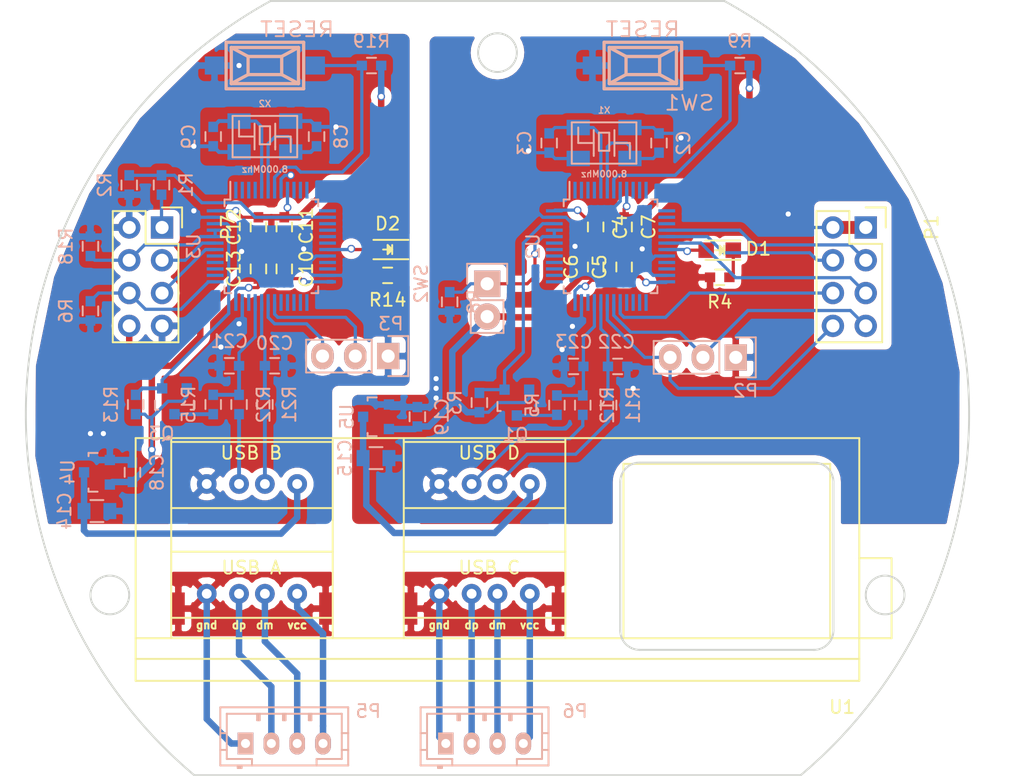
<source format=kicad_pcb>
(kicad_pcb (version 4) (host pcbnew 4.0.4-stable)
  (layers (0 F.Cu signal) (31 B.Cu signal) (34 B.Paste user) (35 F.Paste user) (36 B.SilkS user) (37 F.SilkS user) (38 B.Mask user) (39 F.Mask user) (44 Edge.Cuts user))
  (net 0 "")
  (net 1 /Maple_mini/OSC_OUT)
  (net 2 /Maple_mini/OSC_IN)
  (net 3 "Net-(D1-Pad2)")
  (net 4 "Net-(D1-Pad1)")
  (net 5 "Net-(Q1-Pad3)")
  (net 6 /Maple_mini/DISC)
  (net 7 /Maple_mini/BOOT0)
  (net 8 /Maple_mini/USBDP)
  (net 9 /Maple_mini/USBDM)
  (net 10 /VCC_B)
  (net 11 /PWM1)
  (net 12 /PWM2)
  (net 13 /PWM3)
  (net 14 /PWM4)
  (net 15 /PWM5)
  (net 16 /PWM6)
  (net 17 /ADC1)
  (net 18 /VCC_D)
  (net 19 /USB_D_DM)
  (net 20 /USB_D_DP)
  (net 21 /USB_A_GND)
  (net 22 /USB_A_DP)
  (net 23 /USB_A_DM)
  (net 24 /VCC_A)
  (net 25 /USB_B_DP)
  (net 26 /USB_B_DM)
  (net 27 /USB_C_GND)
  (net 28 /USB_C_DP)
  (net 29 /USB_C_DM)
  (net 30 "Net-(D2-Pad2)")
  (net 31 "Net-(D2-Pad1)")
  (net 32 "Net-(Q3-Pad3)")
  (net 33 "Net-(R9-Pad2)")
  (net 34 "Net-(R19-Pad2)")
  (net 35 /VCC_C)
  (net 36 /USB_D_GND)
  (net 37 /3V3_A)
  (net 38 /3V3_B)
  (net 39 /SCL)
  (net 40 /SDA)
  (net 41 /Maple_mini_2/OSC_OUT)
  (net 42 /Maple_mini_2/OSC_IN)
  (net 43 /Maple_mini_2/TX1)
  (net 44 /Maple_mini_2/RX1)
  (net 45 /Maple_mini_2/DISC)
  (net 46 /Maple_mini_2/USBDP)
  (net 47 /Maple_mini_2/USBDM)
  (net 48 /USB_B_GND)
  (net 49 "Net-(P7-Pad1)")
  (net 50 /BOOT)
  (net 51 /PWR_SW)
  (module Housings_QFP:LQFP-48_7x7mm_Pitch0.5mm (layer B.Cu) (at 108.75 87 270)
    (fp_text reference U2 (at 0 6 270) (layer B.SilkS) (effects (justify mirror)))
    (fp_text value STM32F103CBT6)
    (pad 1 smd rect (at -4.35 2.75 270) (size 1.3 0.25) (layers B.Cu B.Paste B.Mask))
    (pad 2 smd rect (at -4.35 2.25 270) (size 1.3 0.25) (layers B.Cu B.Paste B.Mask))
    (pad 3 smd rect (at -4.35 1.75 270) (size 1.3 0.25) (layers B.Cu B.Paste B.Mask))
    (pad 4 smd rect (at -4.35 1.25 270) (size 1.3 0.25) (layers B.Cu B.Paste B.Mask))
    (pad 5 smd rect (at -4.35 0.75 270) (size 1.3 0.25) (layers B.Cu B.Paste B.Mask) (net 2 /Maple_mini/OSC_IN))
    (pad 6 smd rect (at -4.35 0.25 270) (size 1.3 0.25) (layers B.Cu B.Paste B.Mask) (net 1 /Maple_mini/OSC_OUT))
    (pad 7 smd rect (at -4.35 -0.25 270) (size 1.3 0.25) (layers B.Cu B.Paste B.Mask) (net 33 "Net-(R9-Pad2)"))
    (pad 8 smd rect (at -4.35 -0.75 270) (size 1.3 0.25) (layers B.Cu B.Paste B.Mask) (net 36 /USB_D_GND))
    (pad 9 smd rect (at -4.35 -1.25 270) (size 1.3 0.25) (layers B.Cu B.Paste B.Mask) (net 37 /3V3_A))
    (pad 10 smd rect (at -4.35 -1.75 270) (size 1.3 0.25) (layers B.Cu B.Paste B.Mask))
    (pad 11 smd rect (at -4.35 -2.25 270) (size 1.3 0.25) (layers B.Cu B.Paste B.Mask))
    (pad 12 smd rect (at -4.35 -2.75 270) (size 1.3 0.25) (layers B.Cu B.Paste B.Mask))
    (pad 13 smd rect (at -2.75 -4.35 180) (size 1.3 0.25) (layers B.Cu B.Paste B.Mask))
    (pad 14 smd rect (at -2.25 -4.35 180) (size 1.3 0.25) (layers B.Cu B.Paste B.Mask))
    (pad 15 smd rect (at -1.75 -4.35 180) (size 1.3 0.25) (layers B.Cu B.Paste B.Mask))
    (pad 16 smd rect (at -1.25 -4.35 180) (size 1.3 0.25) (layers B.Cu B.Paste B.Mask) (net 11 /PWM1))
    (pad 17 smd rect (at -0.75 -4.35 180) (size 1.3 0.25) (layers B.Cu B.Paste B.Mask) (net 12 /PWM2))
    (pad 18 smd rect (at -0.25 -4.35 180) (size 1.3 0.25) (layers B.Cu B.Paste B.Mask) (net 13 /PWM3))
    (pad 19 smd rect (at 0.25 -4.35 180) (size 1.3 0.25) (layers B.Cu B.Paste B.Mask) (net 3 "Net-(D1-Pad2)"))
    (pad 20 smd rect (at 0.75 -4.35 180) (size 1.3 0.25) (layers B.Cu B.Paste B.Mask) (net 36 /USB_D_GND))
    (pad 21 smd rect (at 1.25 -4.35 180) (size 1.3 0.25) (layers B.Cu B.Paste B.Mask))
    (pad 22 smd rect (at 1.75 -4.35 180) (size 1.3 0.25) (layers B.Cu B.Paste B.Mask))
    (pad 23 smd rect (at 2.25 -4.35 180) (size 1.3 0.25) (layers B.Cu B.Paste B.Mask) (net 36 /USB_D_GND))
    (pad 24 smd rect (at 2.75 -4.35 180) (size 1.3 0.25) (layers B.Cu B.Paste B.Mask) (net 37 /3V3_A))
    (pad 25 smd rect (at 4.35 -2.75 270) (size 1.3 0.25) (layers B.Cu B.Paste B.Mask))
    (pad 26 smd rect (at 4.35 -2.25 270) (size 1.3 0.25) (layers B.Cu B.Paste B.Mask))
    (pad 27 smd rect (at 4.35 -1.75 270) (size 1.3 0.25) (layers B.Cu B.Paste B.Mask))
    (pad 28 smd rect (at 4.35 -1.25 270) (size 1.3 0.25) (layers B.Cu B.Paste B.Mask))
    (pad 29 smd rect (at 4.35 -0.75 270) (size 1.3 0.25) (layers B.Cu B.Paste B.Mask) (net 14 /PWM4))
    (pad 30 smd rect (at 4.35 -0.25 270) (size 1.3 0.25) (layers B.Cu B.Paste B.Mask) (net 15 /PWM5))
    (pad 31 smd rect (at 4.35 0.25 270) (size 1.3 0.25) (layers B.Cu B.Paste B.Mask) (net 16 /PWM6))
    (pad 32 smd rect (at 4.35 0.75 270) (size 1.3 0.25) (layers B.Cu B.Paste B.Mask) (net 9 /Maple_mini/USBDM))
    (pad 33 smd rect (at 4.35 1.25 270) (size 1.3 0.25) (layers B.Cu B.Paste B.Mask) (net 8 /Maple_mini/USBDP))
    (pad 34 smd rect (at 4.35 1.75 270) (size 1.3 0.25) (layers B.Cu B.Paste B.Mask))
    (pad 35 smd rect (at 4.35 2.25 270) (size 1.3 0.25) (layers B.Cu B.Paste B.Mask) (net 36 /USB_D_GND))
    (pad 36 smd rect (at 4.35 2.75 270) (size 1.3 0.25) (layers B.Cu B.Paste B.Mask) (net 37 /3V3_A))
    (pad 37 smd rect (at 2.75 4.35 180) (size 1.3 0.25) (layers B.Cu B.Paste B.Mask))
    (pad 38 smd rect (at 2.25 4.35 180) (size 1.3 0.25) (layers B.Cu B.Paste B.Mask))
    (pad 39 smd rect (at 1.75 4.35 180) (size 1.3 0.25) (layers B.Cu B.Paste B.Mask))
    (pad 40 smd rect (at 1.25 4.35 180) (size 1.3 0.25) (layers B.Cu B.Paste B.Mask))
    (pad 41 smd rect (at 0.75 4.35 180) (size 1.3 0.25) (layers B.Cu B.Paste B.Mask))
    (pad 42 smd rect (at 0.25 4.35 180) (size 1.3 0.25) (layers B.Cu B.Paste B.Mask))
    (pad 43 smd rect (at -0.25 4.35 180) (size 1.3 0.25) (layers B.Cu B.Paste B.Mask))
    (pad 44 smd rect (at -0.75 4.35 180) (size 1.3 0.25) (layers B.Cu B.Paste B.Mask) (net 7 /Maple_mini/BOOT0))
    (pad 45 smd rect (at -1.25 4.35 180) (size 1.3 0.25) (layers B.Cu B.Paste B.Mask) (net 7 /Maple_mini/BOOT0))
    (pad 46 smd rect (at -1.75 4.35 180) (size 1.3 0.25) (layers B.Cu B.Paste B.Mask) (net 6 /Maple_mini/DISC))
    (pad 47 smd rect (at -2.25 4.35 180) (size 1.3 0.25) (layers B.Cu B.Paste B.Mask) (net 36 /USB_D_GND))
    (pad 48 smd rect (at -2.75 4.35 180) (size 1.3 0.25) (layers B.Cu B.Paste B.Mask) (net 37 /3V3_A))
  )
  (module LEDs:LED_0805 (layer F.Cu) (at 117.2 87.3 180)
    (fp_text reference D1 (at -3 0.1 180) (layer F.SilkS))
    (fp_text value LED)
    (pad 2 smd rect (at 1.04902 0) (size 1.19888 1.19888) (layers F.Cu F.Paste F.Mask) (net 3 "Net-(D1-Pad2)"))
    (pad 1 smd rect (at -1.04902 0) (size 1.19888 1.19888) (layers F.Cu F.Paste F.Mask) (net 4 "Net-(D1-Pad1)"))
  )
  (module Capacitors_SMD:C_0603 (layer F.Cu) (at 83.5 85.5 270)
    (fp_text reference C11 (at -0.1 -1.7 270) (layer F.SilkS))
    (fp_text value 1uF)
    (pad 1 smd rect (at -0.75 0 270) (size 0.8 0.75) (layers F.Cu F.Paste F.Mask) (net 38 /3V3_B))
    (pad 2 smd rect (at 0.75 0 270) (size 0.8 0.75) (layers F.Cu F.Paste F.Mask) (net 48 /USB_B_GND))
  )
  (module LEDs:LED_0805 (layer F.Cu) (at 91.5 87.25 180)
    (fp_text reference D2 (at 0 2 180) (layer F.SilkS))
    (fp_text value LED hide)
    (pad 2 smd rect (at 1.04902 0) (size 1.19888 1.19888) (layers F.Cu F.Paste F.Mask) (net 30 "Net-(D2-Pad2)"))
    (pad 1 smd rect (at -1.04902 0) (size 1.19888 1.19888) (layers F.Cu F.Paste F.Mask) (net 31 "Net-(D2-Pad1)"))
  )
  (module Capacitors_SMD:C_0603 (layer F.Cu) (at 109.8 88.6 90)
    (fp_text reference C5 (at 0 -1.9 90) (layer F.SilkS))
    (fp_text value 1uF)
    (pad 1 smd rect (at -0.75 0 90) (size 0.8 0.75) (layers F.Cu F.Paste F.Mask) (net 37 /3V3_A))
    (pad 2 smd rect (at 0.75 0 90) (size 0.8 0.75) (layers F.Cu F.Paste F.Mask) (net 36 /USB_D_GND))
  )
  (module Capacitors_SMD:C_0603 (layer B.Cu) (at 93.8 100.2 90)
    (fp_text reference C19 (at 0 1.9 90) (layer B.SilkS) (effects (justify mirror)))
    (fp_text value 10uF)
    (pad 1 smd rect (at -0.75 0 90) (size 0.8 0.75) (layers B.Cu B.Paste B.Mask) (net 37 /3V3_A))
    (pad 2 smd rect (at 0.75 0 90) (size 0.8 0.75) (layers B.Cu B.Paste B.Mask) (net 36 /USB_D_GND))
  )
  (module Capacitors_SMD:C_0805 (layer B.Cu) (at 90.6 103.4)
    (fp_text reference C15 (at -2.4 0 270) (layer B.SilkS) (effects (justify mirror)))
    (fp_text value 100uF)
    (pad 1 smd rect (at -1 0) (size 1 1.25) (layers B.Cu B.Paste B.Mask) (net 18 /VCC_D))
    (pad 2 smd rect (at 1 0) (size 1 1.25) (layers B.Cu B.Paste B.Mask) (net 36 /USB_D_GND))
  )
  (module TO_SOT_Packages_SMD:SOT-23 (layer B.Cu) (at 90.6 100.2 270)
    (fp_text reference U5 (at 0 2.25 270) (layer B.SilkS) (effects (justify mirror)))
    (fp_text value MCP1703T-3302E)
    (pad 1 smd rect (at -0.95 -1.00076 270) (size 0.8001 0.8001) (layers B.Cu B.Paste B.Mask) (net 36 /USB_D_GND))
    (pad 2 smd rect (at 0.95 -1.00076 270) (size 0.8001 0.8001) (layers B.Cu B.Paste B.Mask) (net 37 /3V3_A))
    (pad 3 smd rect (at 0 0.99822 270) (size 0.8001 0.8001) (layers B.Cu B.Paste B.Mask) (net 18 /VCC_D))
  )
  (module Socket_Strips:Socket_Strip_Straight_1x03 (layer B.Cu) (at 91.54 95.5 180)
    (fp_text reference P3 (at -0.21 2.5 180) (layer B.SilkS) (effects (justify mirror)))
    (fp_text value CONN_01X03)
    (pad 1 thru_hole rect (at 0 0 180) (size 1.7272 2.032) (drill 1.016) (layers *.Cu *.Mask B.SilkS) (net 48 /USB_B_GND))
    (pad 2 thru_hole oval (at 2.54 0 180) (size 1.7272 2.032) (drill 1.016) (layers *.Cu *.Mask B.SilkS) (net 43 /Maple_mini_2/TX1))
    (pad 3 thru_hole oval (at 5.08 0 180) (size 1.7272 2.032) (drill 1.016) (layers *.Cu *.Mask B.SilkS) (net 44 /Maple_mini_2/RX1))
  )
  (module Capacitors_SMD:C_0603 (layer F.Cu) (at 83.5 88.75 90)
    (fp_text reference C10 (at 0 1.7 90) (layer F.SilkS))
    (fp_text value 1uF)
    (pad 1 smd rect (at -0.75 0 90) (size 0.8 0.75) (layers F.Cu F.Paste F.Mask) (net 38 /3V3_B))
    (pad 2 smd rect (at 0.75 0 90) (size 0.8 0.75) (layers F.Cu F.Paste F.Mask) (net 48 /USB_B_GND))
  )
  (module Capacitors_SMD:C_0603 (layer F.Cu) (at 81.5 88.75 90)
    (fp_text reference C13 (at 0 -1.9 90) (layer F.SilkS))
    (fp_text value 1uF)
    (pad 1 smd rect (at -0.75 0 90) (size 0.8 0.75) (layers F.Cu F.Paste F.Mask) (net 38 /3V3_B))
    (pad 2 smd rect (at 0.75 0 90) (size 0.8 0.75) (layers F.Cu F.Paste F.Mask) (net 48 /USB_B_GND))
  )
  (module Capacitors_SMD:C_0603 (layer F.Cu) (at 81.5 85.5 270)
    (fp_text reference C12 (at 0 1.9 270) (layer F.SilkS))
    (fp_text value 1uF)
    (pad 1 smd rect (at -0.75 0 270) (size 0.8 0.75) (layers F.Cu F.Paste F.Mask) (net 38 /3V3_B))
    (pad 2 smd rect (at 0.75 0 270) (size 0.8 0.75) (layers F.Cu F.Paste F.Mask) (net 48 /USB_B_GND))
  )
  (module TO_SOT_Packages_SMD:SOT-23 (layer B.Cu) (at 101.5 99.1)
    (fp_text reference Q1 (at -0.1 2.5) (layer B.SilkS) (effects (justify mirror)))
    (fp_text value BSS84)
    (pad 1 smd rect (at -0.95 -1.00076) (size 0.8001 0.8001) (layers B.Cu B.Paste B.Mask) (net 6 /Maple_mini/DISC))
    (pad 2 smd rect (at 0.95 -1.00076) (size 0.8001 0.8001) (layers B.Cu B.Paste B.Mask) (net 37 /3V3_A))
    (pad 3 smd rect (at 0 0.99822) (size 0.8001 0.8001) (layers B.Cu B.Paste B.Mask) (net 5 "Net-(Q1-Pad3)"))
  )
  (module Capacitors_SMD:C_0603 (layer F.Cu) (at 107.6 85.5 270)
    (fp_text reference C4 (at 0 -1.9 270) (layer F.SilkS))
    (fp_text value 1uF)
    (pad 1 smd rect (at -0.75 0 270) (size 0.8 0.75) (layers F.Cu F.Paste F.Mask) (net 37 /3V3_A))
    (pad 2 smd rect (at 0.75 0 270) (size 0.8 0.75) (layers F.Cu F.Paste F.Mask) (net 36 /USB_D_GND))
  )
  (module TO_SOT_Packages_SMD:SOT-23 (layer B.Cu) (at 69.00178 104.5 270)
    (fp_text reference U4 (at 0 2.25 270) (layer B.SilkS) (effects (justify mirror)))
    (fp_text value MCP1703T-3302E)
    (pad 1 smd rect (at -0.95 -1.00076 270) (size 0.8001 0.8001) (layers B.Cu B.Paste B.Mask) (net 48 /USB_B_GND))
    (pad 2 smd rect (at 0.95 -1.00076 270) (size 0.8001 0.8001) (layers B.Cu B.Paste B.Mask) (net 38 /3V3_B))
    (pad 3 smd rect (at 0 0.99822 270) (size 0.8001 0.8001) (layers B.Cu B.Paste B.Mask) (net 10 /VCC_B))
  )
  (module TO_SOT_Packages_SMD:SOT-23 (layer B.Cu) (at 75 99)
    (fp_text reference Q3 (at -1 2.5) (layer B.SilkS) (effects (justify mirror)))
    (fp_text value BSS84 hide)
    (pad 1 smd rect (at -0.95 -1.00076) (size 0.8001 0.8001) (layers B.Cu B.Paste B.Mask) (net 45 /Maple_mini_2/DISC))
    (pad 2 smd rect (at 0.95 -1.00076) (size 0.8001 0.8001) (layers B.Cu B.Paste B.Mask) (net 38 /3V3_B))
    (pad 3 smd rect (at 0 0.99822) (size 0.8001 0.8001) (layers B.Cu B.Paste B.Mask) (net 32 "Net-(Q3-Pad3)"))
  )
  (module Capacitors_SMD:C_0805 (layer B.Cu) (at 69 107.5)
    (fp_text reference C14 (at -2.5 0 90) (layer B.SilkS) (effects (justify mirror)))
    (fp_text value 100uF)
    (pad 1 smd rect (at -1 0) (size 1 1.25) (layers B.Cu B.Paste B.Mask) (net 10 /VCC_B))
    (pad 2 smd rect (at 1 0) (size 1 1.25) (layers B.Cu B.Paste B.Mask) (net 48 /USB_B_GND))
  )
  (module Capacitors_SMD:C_0603 (layer B.Cu) (at 71.75 104.5 90)
    (fp_text reference C18 (at 0 1.9 90) (layer B.SilkS) (effects (justify mirror)))
    (fp_text value 10uF)
    (pad 1 smd rect (at -0.75 0 90) (size 0.8 0.75) (layers B.Cu B.Paste B.Mask) (net 38 /3V3_B))
    (pad 2 smd rect (at 0.75 0 90) (size 0.8 0.75) (layers B.Cu B.Paste B.Mask) (net 48 /USB_B_GND))
  )
  (module KiCad_Footprint:smd_push (layer B.Cu) (at 82 73)
    (fp_text reference SW3 hide)
    (fp_text value RESET (at 2.5 -2.79908) (layer B.SilkS) (effects (font (size 1.143 1.27) (thickness 0.1524)) (justify mirror)))
    (pad 1 smd rect (at -3.9 0) (size 1.5 1.4) (layers B.Cu B.Paste B.Mask) (net 48 /USB_B_GND))
    (pad 2 smd rect (at 3.9 0) (size 1.5 1.4) (layers B.Cu B.Paste B.Mask) (net 34 "Net-(R19-Pad2)"))
  )
  (module KiCad_Footprint:smd_push (layer B.Cu) (at 111.25 73)
    (fp_text reference SW1 (at 3.6 2.9) (layer B.SilkS) (effects (font (size 1.143 1.27) (thickness 0.1524)) (justify mirror)))
    (fp_text value RESET (at 0 -2.79908) (layer B.SilkS) (effects (font (size 1.143 1.27) (thickness 0.1524)) (justify mirror)))
    (pad 1 smd rect (at -3.9 0) (size 1.5 1.4) (layers B.Cu B.Paste B.Mask) (net 36 /USB_D_GND))
    (pad 2 smd rect (at 3.9 0) (size 1.5 1.4) (layers B.Cu B.Paste B.Mask) (net 33 "Net-(R9-Pad2)"))
  )
  (module Capacitors_SMD:C_0603 (layer B.Cu) (at 104 79 270)
    (fp_text reference C3 (at 0 1.9 270) (layer B.SilkS) (effects (justify mirror)))
    (fp_text value 26pF)
    (pad 1 smd rect (at -0.75 0 270) (size 0.8 0.75) (layers B.Cu B.Paste B.Mask) (net 2 /Maple_mini/OSC_IN))
    (pad 2 smd rect (at 0.75 0 270) (size 0.8 0.75) (layers B.Cu B.Paste B.Mask) (net 36 /USB_D_GND))
  )
  (module KiCad_Footprint:crystal_maple (layer B.Cu) (at 108.25 79 180)
    (fp_text reference X1 (at 0 2.54 180) (layer B.SilkS) (effects (font (size 0.49784 0.49784) (thickness 0.09906)) (justify mirror)))
    (fp_text value 8.000Mhz (at 0 -2.4 180) (layer B.SilkS) (effects (font (size 0.49784 0.49784) (thickness 0.09906)) (justify mirror)))
    (pad 1 smd rect (at -2 -1.2 180) (size 1.8 1.2) (layers B.Cu B.Paste B.Mask) (net 1 /Maple_mini/OSC_OUT))
    (pad 2 smd rect (at 2 1.2 180) (size 1.8 1.2) (layers B.Cu B.Paste B.Mask) (net 2 /Maple_mini/OSC_IN))
    (pad 3 smd rect (at 2 -1.2 180) (size 1.8 1.2) (layers B.Cu B.Paste B.Mask) (net 36 /USB_D_GND))
    (pad 3 smd rect (at -2 1.2 180) (size 1.8 1.2) (layers B.Cu B.Paste B.Mask) (net 36 /USB_D_GND))
  )
  (module Capacitors_SMD:C_0603 (layer B.Cu) (at 112.5 79 90)
    (fp_text reference C2 (at 0 1.9 90) (layer B.SilkS) (effects (justify mirror)))
    (fp_text value 26pF)
    (pad 1 smd rect (at -0.75 0 90) (size 0.8 0.75) (layers B.Cu B.Paste B.Mask) (net 1 /Maple_mini/OSC_OUT))
    (pad 2 smd rect (at 0.75 0 90) (size 0.8 0.75) (layers B.Cu B.Paste B.Mask) (net 36 /USB_D_GND))
  )
  (module Socket_Strips:Socket_Strip_Straight_1x03 (layer B.Cu) (at 118.44 95.6 180)
    (fp_text reference P2 (at -0.76 -2.6 180) (layer B.SilkS) (effects (justify mirror)))
    (fp_text value CONN_01X03)
    (pad 1 thru_hole rect (at 0 0 180) (size 1.7272 2.032) (drill 1.016) (layers *.Cu *.Mask B.SilkS) (net 36 /USB_D_GND))
    (pad 2 thru_hole oval (at 2.54 0 180) (size 1.7272 2.032) (drill 1.016) (layers *.Cu *.Mask B.SilkS) (net 15 /PWM5))
    (pad 3 thru_hole oval (at 5.08 0 180) (size 1.7272 2.032) (drill 1.016) (layers *.Cu *.Mask B.SilkS) (net 16 /PWM6))
  )
  (module Capacitors_SMD:C_0603 (layer F.Cu) (at 109.8 85.5 270)
    (fp_text reference C7 (at 0 -1.9 270) (layer F.SilkS))
    (fp_text value 1uF)
    (pad 1 smd rect (at -0.75 0 270) (size 0.8 0.75) (layers F.Cu F.Paste F.Mask) (net 37 /3V3_A))
    (pad 2 smd rect (at 0.75 0 270) (size 0.8 0.75) (layers F.Cu F.Paste F.Mask) (net 36 /USB_D_GND))
  )
  (module Capacitors_SMD:C_0603 (layer F.Cu) (at 107.6 88.6 90)
    (fp_text reference C6 (at 0 -1.9 90) (layer F.SilkS))
    (fp_text value 1uF)
    (pad 1 smd rect (at -0.75 0 90) (size 0.8 0.75) (layers F.Cu F.Paste F.Mask) (net 37 /3V3_A))
    (pad 2 smd rect (at 0.75 0 90) (size 0.8 0.75) (layers F.Cu F.Paste F.Mask) (net 36 /USB_D_GND))
  )
  (module KiCad_Footprint:crystal_maple (layer B.Cu) (at 82 78.5 180)
    (fp_text reference X2 (at 0 2.54 180) (layer B.SilkS) (effects (font (size 0.49784 0.49784) (thickness 0.09906)) (justify mirror)))
    (fp_text value 8.000Mhz (at 0 -2.54 180) (layer B.SilkS) (effects (font (size 0.49784 0.49784) (thickness 0.09906)) (justify mirror)))
    (pad 1 smd rect (at -2 -1.2 180) (size 1.8 1.2) (layers B.Cu B.Paste B.Mask) (net 41 /Maple_mini_2/OSC_OUT))
    (pad 2 smd rect (at 2 1.2 180) (size 1.8 1.2) (layers B.Cu B.Paste B.Mask) (net 42 /Maple_mini_2/OSC_IN))
    (pad 3 smd rect (at 2 -1.2 180) (size 1.8 1.2) (layers B.Cu B.Paste B.Mask) (net 48 /USB_B_GND))
    (pad 3 smd rect (at -2 1.2 180) (size 1.8 1.2) (layers B.Cu B.Paste B.Mask) (net 48 /USB_B_GND))
  )
  (module Capacitors_SMD:C_0603 (layer B.Cu) (at 86 78.5 90)
    (fp_text reference C8 (at 0 1.9 90) (layer B.SilkS) (effects (justify mirror)))
    (fp_text value 26pF)
    (pad 1 smd rect (at -0.75 0 90) (size 0.8 0.75) (layers B.Cu B.Paste B.Mask) (net 41 /Maple_mini_2/OSC_OUT))
    (pad 2 smd rect (at 0.75 0 90) (size 0.8 0.75) (layers B.Cu B.Paste B.Mask) (net 48 /USB_B_GND))
  )
  (module Capacitors_SMD:C_0603 (layer B.Cu) (at 78 78.5 270)
    (fp_text reference C9 (at 0 1.9 270) (layer B.SilkS) (effects (justify mirror)))
    (fp_text value 26pF)
    (pad 1 smd rect (at -0.75 0 270) (size 0.8 0.75) (layers B.Cu B.Paste B.Mask) (net 42 /Maple_mini_2/OSC_IN))
    (pad 2 smd rect (at 0.75 0 270) (size 0.8 0.75) (layers B.Cu B.Paste B.Mask) (net 48 /USB_B_GND))
  )
  (module Housings_QFP:LQFP-48_7x7mm_Pitch0.5mm (layer B.Cu) (at 82.5 87 270)
    (fp_text reference U3 (at 0 6 270) (layer B.SilkS) (effects (justify mirror)))
    (fp_text value STM32F103CBT6 hide)
    (pad 1 smd rect (at -4.35 2.75 270) (size 1.3 0.25) (layers B.Cu B.Paste B.Mask))
    (pad 2 smd rect (at -4.35 2.25 270) (size 1.3 0.25) (layers B.Cu B.Paste B.Mask))
    (pad 3 smd rect (at -4.35 1.75 270) (size 1.3 0.25) (layers B.Cu B.Paste B.Mask))
    (pad 4 smd rect (at -4.35 1.25 270) (size 1.3 0.25) (layers B.Cu B.Paste B.Mask))
    (pad 5 smd rect (at -4.35 0.75 270) (size 1.3 0.25) (layers B.Cu B.Paste B.Mask) (net 42 /Maple_mini_2/OSC_IN))
    (pad 6 smd rect (at -4.35 0.25 270) (size 1.3 0.25) (layers B.Cu B.Paste B.Mask) (net 41 /Maple_mini_2/OSC_OUT))
    (pad 7 smd rect (at -4.35 -0.25 270) (size 1.3 0.25) (layers B.Cu B.Paste B.Mask) (net 34 "Net-(R19-Pad2)"))
    (pad 8 smd rect (at -4.35 -0.75 270) (size 1.3 0.25) (layers B.Cu B.Paste B.Mask) (net 48 /USB_B_GND))
    (pad 9 smd rect (at -4.35 -1.25 270) (size 1.3 0.25) (layers B.Cu B.Paste B.Mask) (net 38 /3V3_B))
    (pad 10 smd rect (at -4.35 -1.75 270) (size 1.3 0.25) (layers B.Cu B.Paste B.Mask))
    (pad 11 smd rect (at -4.35 -2.25 270) (size 1.3 0.25) (layers B.Cu B.Paste B.Mask))
    (pad 12 smd rect (at -4.35 -2.75 270) (size 1.3 0.25) (layers B.Cu B.Paste B.Mask))
    (pad 13 smd rect (at -2.75 -4.35 180) (size 1.3 0.25) (layers B.Cu B.Paste B.Mask))
    (pad 14 smd rect (at -2.25 -4.35 180) (size 1.3 0.25) (layers B.Cu B.Paste B.Mask) (net 17 /ADC1))
    (pad 15 smd rect (at -1.75 -4.35 180) (size 1.3 0.25) (layers B.Cu B.Paste B.Mask))
    (pad 16 smd rect (at -1.25 -4.35 180) (size 1.3 0.25) (layers B.Cu B.Paste B.Mask))
    (pad 17 smd rect (at -0.75 -4.35 180) (size 1.3 0.25) (layers B.Cu B.Paste B.Mask))
    (pad 18 smd rect (at -0.25 -4.35 180) (size 1.3 0.25) (layers B.Cu B.Paste B.Mask))
    (pad 19 smd rect (at 0.25 -4.35 180) (size 1.3 0.25) (layers B.Cu B.Paste B.Mask) (net 30 "Net-(D2-Pad2)"))
    (pad 20 smd rect (at 0.75 -4.35 180) (size 1.3 0.25) (layers B.Cu B.Paste B.Mask) (net 48 /USB_B_GND))
    (pad 21 smd rect (at 1.25 -4.35 180) (size 1.3 0.25) (layers B.Cu B.Paste B.Mask))
    (pad 22 smd rect (at 1.75 -4.35 180) (size 1.3 0.25) (layers B.Cu B.Paste B.Mask))
    (pad 23 smd rect (at 2.25 -4.35 180) (size 1.3 0.25) (layers B.Cu B.Paste B.Mask) (net 48 /USB_B_GND))
    (pad 24 smd rect (at 2.75 -4.35 180) (size 1.3 0.25) (layers B.Cu B.Paste B.Mask) (net 38 /3V3_B))
    (pad 25 smd rect (at 4.35 -2.75 270) (size 1.3 0.25) (layers B.Cu B.Paste B.Mask))
    (pad 26 smd rect (at 4.35 -2.25 270) (size 1.3 0.25) (layers B.Cu B.Paste B.Mask))
    (pad 27 smd rect (at 4.35 -1.75 270) (size 1.3 0.25) (layers B.Cu B.Paste B.Mask))
    (pad 28 smd rect (at 4.35 -1.25 270) (size 1.3 0.25) (layers B.Cu B.Paste B.Mask))
    (pad 29 smd rect (at 4.35 -0.75 270) (size 1.3 0.25) (layers B.Cu B.Paste B.Mask))
    (pad 30 smd rect (at 4.35 -0.25 270) (size 1.3 0.25) (layers B.Cu B.Paste B.Mask) (net 43 /Maple_mini_2/TX1))
    (pad 31 smd rect (at 4.35 0.25 270) (size 1.3 0.25) (layers B.Cu B.Paste B.Mask) (net 44 /Maple_mini_2/RX1))
    (pad 32 smd rect (at 4.35 0.75 270) (size 1.3 0.25) (layers B.Cu B.Paste B.Mask) (net 47 /Maple_mini_2/USBDM))
    (pad 33 smd rect (at 4.35 1.25 270) (size 1.3 0.25) (layers B.Cu B.Paste B.Mask) (net 46 /Maple_mini_2/USBDP))
    (pad 34 smd rect (at 4.35 1.75 270) (size 1.3 0.25) (layers B.Cu B.Paste B.Mask))
    (pad 35 smd rect (at 4.35 2.25 270) (size 1.3 0.25) (layers B.Cu B.Paste B.Mask) (net 48 /USB_B_GND))
    (pad 36 smd rect (at 4.35 2.75 270) (size 1.3 0.25) (layers B.Cu B.Paste B.Mask) (net 38 /3V3_B))
    (pad 37 smd rect (at 2.75 4.35 180) (size 1.3 0.25) (layers B.Cu B.Paste B.Mask) (net 51 /PWR_SW))
    (pad 38 smd rect (at 2.25 4.35 180) (size 1.3 0.25) (layers B.Cu B.Paste B.Mask))
    (pad 39 smd rect (at 1.75 4.35 180) (size 1.3 0.25) (layers B.Cu B.Paste B.Mask))
    (pad 40 smd rect (at 1.25 4.35 180) (size 1.3 0.25) (layers B.Cu B.Paste B.Mask))
    (pad 41 smd rect (at 0.75 4.35 180) (size 1.3 0.25) (layers B.Cu B.Paste B.Mask))
    (pad 42 smd rect (at 0.25 4.35 180) (size 1.3 0.25) (layers B.Cu B.Paste B.Mask) (net 39 /SCL))
    (pad 43 smd rect (at -0.25 4.35 180) (size 1.3 0.25) (layers B.Cu B.Paste B.Mask) (net 40 /SDA))
    (pad 44 smd rect (at -0.75 4.35 180) (size 1.3 0.25) (layers B.Cu B.Paste B.Mask) (net 50 /BOOT))
    (pad 45 smd rect (at -1.25 4.35 180) (size 1.3 0.25) (layers B.Cu B.Paste B.Mask) (net 50 /BOOT))
    (pad 46 smd rect (at -1.75 4.35 180) (size 1.3 0.25) (layers B.Cu B.Paste B.Mask) (net 45 /Maple_mini_2/DISC))
    (pad 47 smd rect (at -2.25 4.35 180) (size 1.3 0.25) (layers B.Cu B.Paste B.Mask) (net 48 /USB_B_GND))
    (pad 48 smd rect (at -2.75 4.35 180) (size 1.3 0.25) (layers B.Cu B.Paste B.Mask) (net 38 /3V3_B))
  )
  (module KiCad_Footprint:Raspberry_Front (layer F.Cu) (at 100 111.25)
    (fp_text reference U1 (at 26.67 11.43) (layer F.SilkS))
    (fp_text value Raspberry_Front)
    (fp_text user gnd (at -4.5 5.08) (layer F.SilkS) (effects (font (size 0.6 0.6))))
    (fp_text user dm (at 0 5.08) (layer F.SilkS) (effects (font (size 0.6 0.6))))
    (fp_text user dp (at -2 5.08) (layer F.SilkS) (effects (font (size 0.6 0.6))))
    (fp_text user vcc (at 2.5 5.08) (layer F.SilkS) (effects (font (size 0.6 0.6))))
    (fp_text user gnd (at -22.5 5.08) (layer F.SilkS) (effects (font (size 0.6 0.6))))
    (fp_text user dp (at -20 5.08) (layer F.SilkS) (effects (font (size 0.6 0.6))))
    (fp_text user dm (at -18 5.08) (layer F.SilkS) (effects (font (size 0.6 0.6))))
    (fp_text user vcc (at -15.5 5.08) (layer F.SilkS) (effects (font (size 0.6 0.6))))
    (fp_text user "USB D" (at -0.635 -8.255) (layer F.SilkS))
    (fp_text user "USB C" (at -0.635 0.635) (layer F.SilkS))
    (fp_text user "USB B" (at -19.05 -8.255) (layer F.SilkS))
    (fp_text user "USB A" (at -19.05 0.635) (layer F.SilkS))
    (fp_text user vcc (at -15.5 5.08) (layer F.SilkS) (effects (font (size 0.6 0.6))))
    (pad 1 thru_hole circle (at -22.5 2.655) (size 1.524 1.524) (drill 0.762) (layers *.Cu *.Mask) (net 21 /USB_A_GND))
    (pad 2 thru_hole circle (at -20 2.655) (size 1.524 1.524) (drill 0.762) (layers *.Cu *.Mask) (net 22 /USB_A_DP))
    (pad 3 thru_hole circle (at -18 2.655) (size 1.524 1.524) (drill 0.762) (layers *.Cu *.Mask) (net 23 /USB_A_DM))
    (pad 4 thru_hole circle (at -15.5 2.655) (size 1.524 1.524) (drill 0.762) (layers *.Cu *.Mask) (net 24 /VCC_A))
    (pad 6 thru_hole circle (at -22.5 -5.845) (size 1.524 1.524) (drill 0.762) (layers *.Cu *.Mask) (net 48 /USB_B_GND))
    (pad 7 thru_hole circle (at -20 -5.845) (size 1.524 1.524) (drill 0.762) (layers *.Cu *.Mask) (net 25 /USB_B_DP))
    (pad 8 thru_hole circle (at -18 -5.845) (size 1.524 1.524) (drill 0.762) (layers *.Cu *.Mask) (net 26 /USB_B_DM))
    (pad 9 thru_hole circle (at -15.5 -5.845) (size 1.524 1.524) (drill 0.762) (layers *.Cu *.Mask) (net 10 /VCC_B))
    (pad 11 thru_hole circle (at -4.5 2.655) (size 1.524 1.524) (drill 0.762) (layers *.Cu *.Mask) (net 27 /USB_C_GND))
    (pad 12 thru_hole circle (at -2 2.655) (size 1.524 1.524) (drill 0.762) (layers *.Cu *.Mask) (net 28 /USB_C_DP))
    (pad 13 thru_hole circle (at 0 2.655) (size 1.524 1.524) (drill 0.762) (layers *.Cu *.Mask) (net 29 /USB_C_DM))
    (pad 14 thru_hole circle (at 2.5 2.655) (size 1.524 1.524) (drill 0.762) (layers *.Cu *.Mask) (net 35 /VCC_C))
    (pad 16 thru_hole circle (at -4.5 -5.845) (size 1.524 1.524) (drill 0.762) (layers *.Cu *.Mask) (net 36 /USB_D_GND))
    (pad 17 thru_hole circle (at -2 -5.845) (size 1.524 1.524) (drill 0.762) (layers *.Cu *.Mask) (net 20 /USB_D_DP))
    (pad 18 thru_hole circle (at 0 -5.845) (size 1.524 1.524) (drill 0.762) (layers *.Cu *.Mask) (net 19 /USB_D_DM))
    (pad 19 thru_hole circle (at 2.5 -5.845) (size 1.524 1.524) (drill 0.762) (layers *.Cu *.Mask) (net 18 /VCC_D))
    (pad 5 smd rect (at -24.7 3.805) (size 1 2.5) (layers F.Cu F.Paste F.Mask) (net 21 /USB_A_GND))
    (pad 5 smd rect (at -13.3 3.805) (size 1 2.5) (layers F.Cu F.Paste F.Mask) (net 21 /USB_A_GND))
    (pad 10 smd rect (at -13.3 -4.695) (size 1 2.5) (layers F.Cu F.Paste F.Mask) (net 48 /USB_B_GND))
    (pad 10 smd rect (at -24.7 -4.695) (size 1 2.5) (layers F.Cu F.Paste F.Mask) (net 48 /USB_B_GND))
    (pad 15 smd rect (at -6.7 3.805) (size 1 2.5) (layers F.Cu F.Paste F.Mask) (net 27 /USB_C_GND))
    (pad 15 smd rect (at 4.7 3.805) (size 1 2.5) (layers F.Cu F.Paste F.Mask) (net 27 /USB_C_GND))
    (pad 20 smd rect (at 4.7 -4.695) (size 1 2.5) (layers F.Cu F.Paste F.Mask) (net 36 /USB_D_GND))
    (pad 20 smd rect (at -6.7 -4.695) (size 1 2.5) (layers F.Cu F.Paste F.Mask) (net 36 /USB_D_GND))
  )
  (module Connectors_JST:JST_PH_B4B-PH-K_04x2.00mm_Straight (layer B.Cu) (at 80.5 125.5)
    (fp_text reference P5 (at 9.5 -2.5) (layer B.SilkS) (effects (justify mirror)))
    (fp_text value CONN_01X04)
    (pad 1 thru_hole rect (at 0 0) (size 1.2 1.7) (drill 0.7) (layers *.Cu *.Mask B.SilkS) (net 21 /USB_A_GND))
    (pad 2 thru_hole oval (at 2 0) (size 1.2 1.7) (drill 0.7) (layers *.Cu *.Mask B.SilkS) (net 22 /USB_A_DP))
    (pad 3 thru_hole oval (at 4 0) (size 1.2 1.7) (drill 0.7) (layers *.Cu *.Mask B.SilkS) (net 23 /USB_A_DM))
    (pad 4 thru_hole oval (at 6 0) (size 1.2 1.7) (drill 0.7) (layers *.Cu *.Mask B.SilkS) (net 24 /VCC_A))
  )
  (module Connectors_JST:JST_PH_B4B-PH-K_04x2.00mm_Straight (layer B.Cu) (at 96 125.5)
    (fp_text reference P6 (at 10 -2.5) (layer B.SilkS) (effects (justify mirror)))
    (fp_text value CONN_01X04)
    (pad 1 thru_hole rect (at 0 0) (size 1.2 1.7) (drill 0.7) (layers *.Cu *.Mask B.SilkS) (net 27 /USB_C_GND))
    (pad 2 thru_hole oval (at 2 0) (size 1.2 1.7) (drill 0.7) (layers *.Cu *.Mask B.SilkS) (net 28 /USB_C_DP))
    (pad 3 thru_hole oval (at 4 0) (size 1.2 1.7) (drill 0.7) (layers *.Cu *.Mask B.SilkS) (net 29 /USB_C_DM))
    (pad 4 thru_hole oval (at 6 0) (size 1.2 1.7) (drill 0.7) (layers *.Cu *.Mask B.SilkS) (net 35 /VCC_C))
  )
  (module Capacitors_SMD:C_0603 (layer B.Cu) (at 82.75 96.25)
    (fp_text reference C20 (at 0 -1.75) (layer B.SilkS) (effects (justify mirror)))
    (fp_text value 47pF hide)
    (pad 1 smd rect (at -0.75 0) (size 0.8 0.75) (layers B.Cu B.Paste B.Mask) (net 47 /Maple_mini_2/USBDM))
    (pad 2 smd rect (at 0.75 0) (size 0.8 0.75) (layers B.Cu B.Paste B.Mask) (net 48 /USB_B_GND))
  )
  (module Capacitors_SMD:C_0603 (layer B.Cu) (at 79.25 96.25 180)
    (fp_text reference C21 (at 0 1.9 180) (layer B.SilkS) (effects (justify mirror)))
    (fp_text value 47pF)
    (pad 1 smd rect (at -0.75 0 180) (size 0.8 0.75) (layers B.Cu B.Paste B.Mask) (net 46 /Maple_mini_2/USBDP))
    (pad 2 smd rect (at 0.75 0 180) (size 0.8 0.75) (layers B.Cu B.Paste B.Mask) (net 48 /USB_B_GND))
  )
  (module Capacitors_SMD:C_0603 (layer B.Cu) (at 109.3 96.3)
    (fp_text reference C22 (at -0.1 -1.9) (layer B.SilkS) (effects (justify mirror)))
    (fp_text value 47pF)
    (pad 1 smd rect (at -0.75 0) (size 0.8 0.75) (layers B.Cu B.Paste B.Mask) (net 9 /Maple_mini/USBDM))
    (pad 2 smd rect (at 0.75 0) (size 0.8 0.75) (layers B.Cu B.Paste B.Mask) (net 36 /USB_D_GND))
  )
  (module Capacitors_SMD:C_0603 (layer B.Cu) (at 105.9 96.3 180)
    (fp_text reference C23 (at 0 1.9 180) (layer B.SilkS) (effects (justify mirror)))
    (fp_text value 47pF)
    (pad 1 smd rect (at -0.75 0 180) (size 0.8 0.75) (layers B.Cu B.Paste B.Mask) (net 8 /Maple_mini/USBDP))
    (pad 2 smd rect (at 0.75 0 180) (size 0.8 0.75) (layers B.Cu B.Paste B.Mask) (net 36 /USB_D_GND))
  )
  (module Socket_Strips:Socket_Strip_Straight_1x02 (layer B.Cu) (at 99.2 89.9 270)
    (fp_text reference SW2 (at 0 5.1 270) (layer B.SilkS) (effects (justify mirror)))
    (fp_text value BOOT)
    (pad 1 thru_hole rect (at 0 0 270) (size 2.032 2.032) (drill 1.016) (layers *.Cu *.Mask B.SilkS) (net 7 /Maple_mini/BOOT0))
    (pad 2 thru_hole oval (at 2.54 0 270) (size 2.032 2.032) (drill 1.016) (layers *.Cu *.Mask B.SilkS) (net 37 /3V3_A))
  )
  (module Socket_Strips:Socket_Strip_Straight_2x04 (layer F.Cu) (at 128.5 85.54 270)
    (fp_text reference P1 (at 0 -5.1 270) (layer F.SilkS))
    (fp_text value CONN_02X04)
    (pad 1 thru_hole rect (at 0 0 270) (size 1.7272 1.7272) (drill 1.016) (layers *.Cu *.Mask) (net 36 /USB_D_GND))
    (pad 2 thru_hole oval (at 0 2.54 270) (size 1.7272 1.7272) (drill 1.016) (layers *.Cu *.Mask) (net 36 /USB_D_GND))
    (pad 3 thru_hole oval (at 2.54 0 270) (size 1.7272 1.7272) (drill 1.016) (layers *.Cu *.Mask) (net 11 /PWM1))
    (pad 4 thru_hole oval (at 2.54 2.54 270) (size 1.7272 1.7272) (drill 1.016) (layers *.Cu *.Mask) (net 12 /PWM2))
    (pad 5 thru_hole oval (at 5.08 0 270) (size 1.7272 1.7272) (drill 1.016) (layers *.Cu *.Mask) (net 13 /PWM3))
    (pad 6 thru_hole oval (at 5.08 2.54 270) (size 1.7272 1.7272) (drill 1.016) (layers *.Cu *.Mask) (net 14 /PWM4))
    (pad 7 thru_hole oval (at 7.62 0 270) (size 1.7272 1.7272) (drill 1.016) (layers *.Cu *.Mask) (net 15 /PWM5))
    (pad 8 thru_hole oval (at 7.62 2.54 270) (size 1.7272 1.7272) (drill 1.016) (layers *.Cu *.Mask) (net 16 /PWM6))
  )
  (module Socket_Strips:Socket_Strip_Straight_2x04 (layer F.Cu) (at 74.04 85.54 270)
    (fp_text reference P7 (at 0 -5.1 270) (layer F.SilkS))
    (fp_text value CONN_02X04)
    (pad 1 thru_hole rect (at 0 0 270) (size 1.7272 1.7272) (drill 1.016) (layers *.Cu *.Mask) (net 49 "Net-(P7-Pad1)"))
    (pad 2 thru_hole oval (at 0 2.54 270) (size 1.7272 1.7272) (drill 1.016) (layers *.Cu *.Mask) (net 48 /USB_B_GND))
    (pad 3 thru_hole oval (at 2.54 0 270) (size 1.7272 1.7272) (drill 1.016) (layers *.Cu *.Mask) (net 40 /SDA))
    (pad 4 thru_hole oval (at 2.54 2.54 270) (size 1.7272 1.7272) (drill 1.016) (layers *.Cu *.Mask) (net 50 /BOOT))
    (pad 5 thru_hole oval (at 5.08 0 270) (size 1.7272 1.7272) (drill 1.016) (layers *.Cu *.Mask) (net 39 /SCL))
    (pad 6 thru_hole oval (at 5.08 2.54 270) (size 1.7272 1.7272) (drill 1.016) (layers *.Cu *.Mask) (net 51 /PWR_SW))
    (pad 7 thru_hole oval (at 7.62 0 270) (size 1.7272 1.7272) (drill 1.016) (layers *.Cu *.Mask) (net 48 /USB_B_GND))
    (pad 8 thru_hole oval (at 7.62 2.54 270) (size 1.7272 1.7272) (drill 1.016) (layers *.Cu *.Mask) (net 38 /3V3_B))
  )
  (module Capacitors_SMD:C_0603 (layer B.Cu) (at 74 82.25 90)
    (fp_text reference R1 (at 0 1.9 90) (layer B.SilkS) (effects (justify mirror)))
    (fp_text value R)
    (pad 1 smd rect (at -0.75 0 90) (size 0.8 0.75) (layers B.Cu B.Paste B.Mask) (net 49 "Net-(P7-Pad1)"))
    (pad 2 smd rect (at 0.75 0 90) (size 0.8 0.75) (layers B.Cu B.Paste B.Mask) (net 17 /ADC1))
  )
  (module Capacitors_SMD:C_0603 (layer B.Cu) (at 71.5 82.25 270)
    (fp_text reference R2 (at 0 1.9 270) (layer B.SilkS) (effects (justify mirror)))
    (fp_text value R)
    (pad 1 smd rect (at -0.75 0 270) (size 0.8 0.75) (layers B.Cu B.Paste B.Mask) (net 17 /ADC1))
    (pad 2 smd rect (at 0.75 0 270) (size 0.8 0.75) (layers B.Cu B.Paste B.Mask) (net 48 /USB_B_GND))
  )
  (module Capacitors_SMD:C_0603 (layer B.Cu) (at 68.5 92 270)
    (fp_text reference R6 (at 0 1.9 270) (layer B.SilkS) (effects (justify mirror)))
    (fp_text value R)
    (pad 1 smd rect (at -0.75 0 270) (size 0.8 0.75) (layers B.Cu B.Paste B.Mask) (net 51 /PWR_SW))
    (pad 2 smd rect (at 0.75 0 270) (size 0.8 0.75) (layers B.Cu B.Paste B.Mask) (net 48 /USB_B_GND))
  )
  (module Capacitors_SMD:C_0603 (layer F.Cu) (at 117.2 89.4 180)
    (fp_text reference R4 (at 0 -1.9 180) (layer F.SilkS))
    (fp_text value 330)
    (pad 1 smd rect (at -0.75 0 180) (size 0.8 0.75) (layers F.Cu F.Paste F.Mask) (net 4 "Net-(D1-Pad1)"))
    (pad 2 smd rect (at 0.75 0 180) (size 0.8 0.75) (layers F.Cu F.Paste F.Mask) (net 36 /USB_D_GND))
  )
  (module Capacitors_SMD:C_0603 (layer B.Cu) (at 104.6 99.3 270)
    (fp_text reference R5 (at 0 1.9 270) (layer B.SilkS) (effects (justify mirror)))
    (fp_text value 1.5k)
    (pad 1 smd rect (at -0.75 0 270) (size 0.8 0.75) (layers B.Cu B.Paste B.Mask) (net 8 /Maple_mini/USBDP))
    (pad 2 smd rect (at 0.75 0 270) (size 0.8 0.75) (layers B.Cu B.Paste B.Mask) (net 5 "Net-(Q1-Pad3)"))
  )
  (module Capacitors_SMD:C_0603 (layer B.Cu) (at 96.3 91.3 90)
    (fp_text reference R8 (at 0 1.9 90) (layer B.SilkS) (effects (justify mirror)))
    (fp_text value 10k)
    (pad 1 smd rect (at -0.75 0 90) (size 0.8 0.75) (layers B.Cu B.Paste B.Mask) (net 36 /USB_D_GND))
    (pad 2 smd rect (at 0.75 0 90) (size 0.8 0.75) (layers B.Cu B.Paste B.Mask) (net 7 /Maple_mini/BOOT0))
  )
  (module Capacitors_SMD:C_0603 (layer B.Cu) (at 118.75 73 180)
    (fp_text reference R9 (at 0 1.9 180) (layer B.SilkS) (effects (justify mirror)))
    (fp_text value 10k)
    (pad 1 smd rect (at -0.75 0 180) (size 0.8 0.75) (layers B.Cu B.Paste B.Mask) (net 37 /3V3_A))
    (pad 2 smd rect (at 0.75 0 180) (size 0.8 0.75) (layers B.Cu B.Paste B.Mask) (net 33 "Net-(R9-Pad2)"))
  )
  (module Capacitors_SMD:C_0603 (layer B.Cu) (at 108.6 99.3 90)
    (fp_text reference R11 (at 0 1.9 90) (layer B.SilkS) (effects (justify mirror)))
    (fp_text value 22)
    (pad 1 smd rect (at -0.75 0 90) (size 0.8 0.75) (layers B.Cu B.Paste B.Mask) (net 19 /USB_D_DM))
    (pad 2 smd rect (at 0.75 0 90) (size 0.8 0.75) (layers B.Cu B.Paste B.Mask) (net 9 /Maple_mini/USBDM))
  )
  (module Capacitors_SMD:C_0603 (layer B.Cu) (at 106.6 99.3 90)
    (fp_text reference R12 (at 0 1.9 90) (layer B.SilkS) (effects (justify mirror)))
    (fp_text value 22)
    (pad 1 smd rect (at -0.75 0 90) (size 0.8 0.75) (layers B.Cu B.Paste B.Mask) (net 20 /USB_D_DP))
    (pad 2 smd rect (at 0.75 0 90) (size 0.8 0.75) (layers B.Cu B.Paste B.Mask) (net 8 /Maple_mini/USBDP))
  )
  (module Capacitors_SMD:C_0603 (layer B.Cu) (at 98.6 99.1 270)
    (fp_text reference R3 (at 0 1.9 270) (layer B.SilkS) (effects (justify mirror)))
    (fp_text value 10k)
    (pad 1 smd rect (at -0.75 0 270) (size 0.8 0.75) (layers B.Cu B.Paste B.Mask) (net 6 /Maple_mini/DISC))
    (pad 2 smd rect (at 0.75 0 270) (size 0.8 0.75) (layers B.Cu B.Paste B.Mask) (net 37 /3V3_A))
  )
  (module Capacitors_SMD:C_0603 (layer B.Cu) (at 72 99.25 270)
    (fp_text reference R13 (at 0 1.9 270) (layer B.SilkS) (effects (justify mirror)))
    (fp_text value 10k)
    (pad 1 smd rect (at -0.75 0 270) (size 0.8 0.75) (layers B.Cu B.Paste B.Mask) (net 45 /Maple_mini_2/DISC))
    (pad 2 smd rect (at 0.75 0 270) (size 0.8 0.75) (layers B.Cu B.Paste B.Mask) (net 38 /3V3_B))
  )
  (module Capacitors_SMD:C_0603 (layer F.Cu) (at 91.5 89.25 180)
    (fp_text reference R14 (at 0 -1.9 180) (layer F.SilkS))
    (fp_text value 330)
    (pad 1 smd rect (at -0.75 0 180) (size 0.8 0.75) (layers F.Cu F.Paste F.Mask) (net 31 "Net-(D2-Pad1)"))
    (pad 2 smd rect (at 0.75 0 180) (size 0.8 0.75) (layers F.Cu F.Paste F.Mask) (net 48 /USB_B_GND))
  )
  (module Capacitors_SMD:C_0603 (layer B.Cu) (at 78 99.25 270)
    (fp_text reference R15 (at 0 1.9 270) (layer B.SilkS) (effects (justify mirror)))
    (fp_text value 1.5k)
    (pad 1 smd rect (at -0.75 0 270) (size 0.8 0.75) (layers B.Cu B.Paste B.Mask) (net 46 /Maple_mini_2/USBDP))
    (pad 2 smd rect (at 0.75 0 270) (size 0.8 0.75) (layers B.Cu B.Paste B.Mask) (net 32 "Net-(Q3-Pad3)"))
  )
  (module Capacitors_SMD:C_0603 (layer B.Cu) (at 68.5 87 270)
    (fp_text reference R18 (at 0 1.9 270) (layer B.SilkS) (effects (justify mirror)))
    (fp_text value 10k)
    (pad 1 smd rect (at -0.75 0 270) (size 0.8 0.75) (layers B.Cu B.Paste B.Mask) (net 48 /USB_B_GND))
    (pad 2 smd rect (at 0.75 0 270) (size 0.8 0.75) (layers B.Cu B.Paste B.Mask) (net 50 /BOOT))
  )
  (module Capacitors_SMD:C_0603 (layer B.Cu) (at 90.25 73 180)
    (fp_text reference R19 (at 0 1.9 180) (layer B.SilkS) (effects (justify mirror)))
    (fp_text value 10k)
    (pad 1 smd rect (at -0.75 0 180) (size 0.8 0.75) (layers B.Cu B.Paste B.Mask) (net 38 /3V3_B))
    (pad 2 smd rect (at 0.75 0 180) (size 0.8 0.75) (layers B.Cu B.Paste B.Mask) (net 34 "Net-(R19-Pad2)"))
  )
  (module Capacitors_SMD:C_0603 (layer B.Cu) (at 82 99.25 90)
    (fp_text reference R21 (at 0 1.9 90) (layer B.SilkS) (effects (justify mirror)))
    (fp_text value 22)
    (pad 1 smd rect (at -0.75 0 90) (size 0.8 0.75) (layers B.Cu B.Paste B.Mask) (net 26 /USB_B_DM))
    (pad 2 smd rect (at 0.75 0 90) (size 0.8 0.75) (layers B.Cu B.Paste B.Mask) (net 47 /Maple_mini_2/USBDM))
  )
  (module Capacitors_SMD:C_0603 (layer B.Cu) (at 80 99.25 90)
    (fp_text reference R22 (at 0 1.9 90) (layer B.SilkS) (effects (justify mirror)))
    (fp_text value 22)
    (pad 1 smd rect (at -0.75 0 90) (size 0.8 0.75) (layers B.Cu B.Paste B.Mask) (net 25 /USB_B_DP))
    (pad 2 smd rect (at 0.75 0 90) (size 0.8 0.75) (layers B.Cu B.Paste B.Mask) (net 46 /Maple_mini_2/USBDP))
  )
  (gr_circle (center 100 72) (end 100 73.5) (layer Edge.Cuts) (width 0.15))
  (gr_circle (center 130 114) (end 130 115.5) (layer Edge.Cuts) (width 0.15))
  (gr_circle (center 70 114) (end 70 115.5) (layer Edge.Cuts) (width 0.15))
  (gr_arc (start 100 100) (end 82.44295 68) (angle -111.2482815) (layer Edge.Cuts) (width 0.15))
  (gr_line (start 82.44295 68) (end 117.55705 68) (layer Edge.Cuts) (width 0.15))
  (gr_line (start 76.53825 127.9606) (end 123.4617 127.9606) (layer Edge.Cuts) (width 0.15))
  (gr_arc (start 100 100) (end 117.55705 68) (angle 111.2482815) (layer Edge.Cuts) (width 0.15))
  (gr_line (start 111 118.25) (end 124.5 118.25) (layer Edge.Cuts) (width 0.15))
  (gr_line (start 126 105.25) (end 126 116.75) (layer Edge.Cuts) (width 0.15))
  (gr_line (start 109.5 105.25) (end 109.5 116.75) (layer Edge.Cuts) (width 0.15))
  (gr_arc (start 124.5 116.75) (end 124.5 118.25) (angle -90) (layer Edge.Cuts) (width 0.15))
  (gr_arc (start 111 116.75) (end 109.5 116.75) (angle -90) (layer Edge.Cuts) (width 0.15))
  (gr_line (start 111 103.75) (end 124.5 103.75) (layer Edge.Cuts) (width 0.15))
  (gr_arc (start 124.5 105.25) (end 126 105.25) (angle -90) (layer Edge.Cuts) (width 0.15))
  (gr_arc (start 111 105.25) (end 109.5 105.25) (angle 90) (layer Edge.Cuts) (width 0.15))
  (segment (start 110.25 80.2) (end 112.05 80.2) (width 0.25) (layer B.Cu) (net 1))
  (segment (start 112.05 80.2) (end 112.5 79.75) (width 0.25) (layer B.Cu) (net 1))
  (segment (start 110 79) (end 110.25 79.25) (width 0.25) (layer B.Cu) (net 1))
  (segment (start 110.25 79.25) (end 110.25 80.2) (width 0.25) (layer B.Cu) (net 1))
  (segment (start 108.8 79) (end 110 79) (width 0.25) (layer B.Cu) (net 1))
  (segment (start 108.5 79.3) (end 108.8 79) (width 0.25) (layer B.Cu) (net 1))
  (segment (start 108.5 82.65) (end 108.5 79.3) (width 0.25) (layer B.Cu) (net 1))
  (segment (start 106.25 77.8) (end 104.45 77.8) (width 0.25) (layer B.Cu) (net 2))
  (segment (start 104.45 77.8) (end 104 78.25) (width 0.25) (layer B.Cu) (net 2))
  (segment (start 108 82.65) (end 108 78.4) (width 0.25) (layer B.Cu) (net 2))
  (segment (start 108 78.4) (end 107.4 77.8) (width 0.25) (layer B.Cu) (net 2))
  (segment (start 107.4 77.8) (end 106.25 77.8) (width 0.25) (layer B.Cu) (net 2))
  (segment (start 114.558041 87.25) (end 114.683051 87.37501) (width 0.25) (layer B.Cu) (net 3))
  (segment (start 116.15098 87.3) (end 114.758061 87.3) (width 0.25) (layer F.Cu) (net 3))
  (segment (start 113.1 87.25) (end 114.558041 87.25) (width 0.25) (layer B.Cu) (net 3))
  (segment (start 114.758061 87.3) (end 114.683051 87.37501) (width 0.25) (layer F.Cu) (net 3))
  (via (at 114.683051 87.37501) (size 0.6) (drill 0.4) (layers F.Cu B.Cu) (net 3))
  (segment (start 118.24902 87.3) (end 118.24902 89.10098) (width 0.25) (layer F.Cu) (net 4))
  (segment (start 118.24902 89.10098) (end 117.95 89.4) (width 0.25) (layer F.Cu) (net 4))
  (segment (start 101.5 100.09822) (end 104.55178 100.09822) (width 0.25) (layer B.Cu) (net 5))
  (segment (start 104.55178 100.09822) (end 104.6 100.05) (width 0.25) (layer B.Cu) (net 5))
  (segment (start 104.4 85.25) (end 103.5 85.25) (width 0.25) (layer B.Cu) (net 6))
  (segment (start 103.5 85.25) (end 102 86.75) (width 0.25) (layer B.Cu) (net 6))
  (segment (start 102 86.75) (end 102 95.2) (width 0.25) (layer B.Cu) (net 6))
  (segment (start 100.55 96.65) (end 100.55 98.09924) (width 0.25) (layer B.Cu) (net 6))
  (segment (start 102 95.2) (end 100.55 96.65) (width 0.25) (layer B.Cu) (net 6))
  (segment (start 100.55 98.09924) (end 98.85076 98.09924) (width 0.25) (layer B.Cu) (net 6))
  (segment (start 98.85076 98.09924) (end 98.6 98.35) (width 0.25) (layer B.Cu) (net 6))
  (segment (start 99.2 89.9) (end 97.934 89.9) (width 0.25) (layer B.Cu) (net 7))
  (segment (start 97.934 89.9) (end 97.284 90.55) (width 0.25) (layer B.Cu) (net 7))
  (segment (start 97.284 90.55) (end 96.3 90.55) (width 0.25) (layer B.Cu) (net 7))
  (segment (start 102.9 89.3) (end 102.3 89.9) (width 0.25) (layer F.Cu) (net 7))
  (segment (start 102.3 89.9) (end 99.2 89.9) (width 0.25) (layer F.Cu) (net 7))
  (segment (start 102.9 87.6) (end 102.9 89.3) (width 0.25) (layer F.Cu) (net 7))
  (segment (start 104.4 86.25) (end 103.5 86.25) (width 0.25) (layer B.Cu) (net 7))
  (segment (start 103.5 86.25) (end 102.9 86.85) (width 0.25) (layer B.Cu) (net 7))
  (segment (start 102.9 86.85) (end 102.9 87.6) (width 0.25) (layer B.Cu) (net 7))
  (via (at 102.9 87.6) (size 0.6) (drill 0.4) (layers F.Cu B.Cu) (net 7))
  (segment (start 104.4 85.75) (end 104.4 86.25) (width 0.25) (layer B.Cu) (net 7))
  (segment (start 107.5 91.35) (end 107.5 93.2) (width 0.25) (layer B.Cu) (net 8))
  (segment (start 107.5 93.2) (end 106.65 94.05) (width 0.25) (layer B.Cu) (net 8))
  (segment (start 106.65 94.05) (end 106.65 96.3) (width 0.25) (layer B.Cu) (net 8))
  (segment (start 106.6 98.55) (end 104.6 98.55) (width 0.25) (layer B.Cu) (net 8))
  (segment (start 106.65 96.3) (end 106.65 98.5) (width 0.25) (layer B.Cu) (net 8))
  (segment (start 106.65 98.5) (end 106.6 98.55) (width 0.25) (layer B.Cu) (net 8))
  (segment (start 108 91.35) (end 108 93.4) (width 0.25) (layer B.Cu) (net 9))
  (segment (start 108 93.4) (end 108.55 93.95) (width 0.25) (layer B.Cu) (net 9))
  (segment (start 108.55 93.95) (end 108.55 96.3) (width 0.25) (layer B.Cu) (net 9))
  (segment (start 108.55 96.3) (end 108.55 98.5) (width 0.25) (layer B.Cu) (net 9))
  (segment (start 108.55 98.5) (end 108.6 98.55) (width 0.25) (layer B.Cu) (net 9))
  (segment (start 84.5 105.405) (end 84.5 108) (width 0.5) (layer B.Cu) (net 10))
  (segment (start 68.25 109.25) (end 68 109) (width 0.5) (layer B.Cu) (net 10))
  (segment (start 84.5 108) (end 83.25 109.25) (width 0.5) (layer B.Cu) (net 10))
  (segment (start 83.25 109.25) (end 68.25 109.25) (width 0.5) (layer B.Cu) (net 10))
  (segment (start 68 109) (end 68 107.75) (width 0.5) (layer B.Cu) (net 10))
  (segment (start 68.00356 104.5) (end 68.00356 107.74644) (width 0.5) (layer B.Cu) (net 10))
  (segment (start 68.00356 107.74644) (end 68 107.75) (width 0.5) (layer B.Cu) (net 10))
  (segment (start 119.891399 86.891399) (end 118.75 85.75) (width 0.25) (layer B.Cu) (net 11))
  (segment (start 118.75 85.75) (end 113.1 85.75) (width 0.25) (layer B.Cu) (net 11))
  (segment (start 128.5 88.08) (end 127.311399 86.891399) (width 0.25) (layer B.Cu) (net 11))
  (segment (start 127.311399 86.891399) (end 119.891399 86.891399) (width 0.25) (layer B.Cu) (net 11))
  (segment (start 117.5 87.5) (end 116.25 86.25) (width 0.25) (layer B.Cu) (net 12))
  (segment (start 116.25 86.25) (end 113.1 86.25) (width 0.25) (layer B.Cu) (net 12))
  (segment (start 124.158686 87.5) (end 117.5 87.5) (width 0.25) (layer B.Cu) (net 12))
  (segment (start 125.96 88.08) (end 124.738686 88.08) (width 0.25) (layer B.Cu) (net 12))
  (segment (start 124.738686 88.08) (end 124.158686 87.5) (width 0.25) (layer B.Cu) (net 12))
  (segment (start 118.431399 89.431399) (end 115.75 86.75) (width 0.25) (layer B.Cu) (net 13))
  (segment (start 115.75 86.75) (end 113.1 86.75) (width 0.25) (layer B.Cu) (net 13))
  (segment (start 128.5 90.62) (end 127.311399 89.431399) (width 0.25) (layer B.Cu) (net 13))
  (segment (start 127.311399 89.431399) (end 118.431399 89.431399) (width 0.25) (layer B.Cu) (net 13))
  (segment (start 125.96 90.62) (end 114.88 90.62) (width 0.25) (layer B.Cu) (net 14))
  (segment (start 114.88 90.62) (end 113 92.5) (width 0.25) (layer B.Cu) (net 14))
  (segment (start 113 92.5) (end 109.789998 92.5) (width 0.25) (layer B.Cu) (net 14))
  (segment (start 109.789998 92.5) (end 109.5 92.210002) (width 0.25) (layer B.Cu) (net 14))
  (segment (start 109.5 92.210002) (end 109.5 91.35) (width 0.25) (layer B.Cu) (net 14))
  (segment (start 128.5 93.16) (end 127.311399 91.971399) (width 0.25) (layer B.Cu) (net 15))
  (segment (start 127.311399 91.971399) (end 119.376201 91.971399) (width 0.25) (layer B.Cu) (net 15))
  (segment (start 119.376201 91.971399) (end 115.9 95.4476) (width 0.25) (layer B.Cu) (net 15))
  (segment (start 115.9 95.4476) (end 115.9 95.6) (width 0.25) (layer B.Cu) (net 15))
  (segment (start 114.102411 93.650011) (end 115.9 95.4476) (width 0.25) (layer B.Cu) (net 15))
  (segment (start 109 92.346413) (end 110.303598 93.650011) (width 0.25) (layer B.Cu) (net 15))
  (segment (start 109 91.35) (end 109 92.346413) (width 0.25) (layer B.Cu) (net 15))
  (segment (start 110.303598 93.650011) (end 114.102411 93.650011) (width 0.25) (layer B.Cu) (net 15))
  (segment (start 114 98) (end 113.36 97.36) (width 0.25) (layer B.Cu) (net 16))
  (segment (start 113.36 97.36) (end 113.36 95.6) (width 0.25) (layer B.Cu) (net 16))
  (segment (start 121.12 98) (end 114 98) (width 0.25) (layer B.Cu) (net 16))
  (segment (start 125.96 93.16) (end 121.12 98) (width 0.25) (layer B.Cu) (net 16))
  (segment (start 113.36 95.6) (end 113.36 95.7524) (width 0.25) (layer B.Cu) (net 16))
  (segment (start 111.4 95.6) (end 112.2464 95.6) (width 0.25) (layer B.Cu) (net 16))
  (segment (start 112.2464 95.6) (end 113.36 95.6) (width 0.25) (layer B.Cu) (net 16))
  (segment (start 108.5 92.7) (end 111.4 95.6) (width 0.25) (layer B.Cu) (net 16))
  (segment (start 108.5 91.35) (end 108.5 92.7) (width 0.25) (layer B.Cu) (net 16))
  (segment (start 74 81.5) (end 71.5 81.5) (width 0.25) (layer B.Cu) (net 17))
  (segment (start 86.85 84.75) (end 81.25 84.75) (width 0.25) (layer B.Cu) (net 17))
  (segment (start 81.25 84.75) (end 80.125001 83.625001) (width 0.25) (layer B.Cu) (net 17))
  (segment (start 80.125001 83.625001) (end 77.125001 83.625001) (width 0.25) (layer B.Cu) (net 17))
  (segment (start 77.125001 83.625001) (end 75 81.5) (width 0.25) (layer B.Cu) (net 17))
  (segment (start 75 81.5) (end 74 81.5) (width 0.25) (layer B.Cu) (net 17))
  (segment (start 89.6 103.4) (end 89.6 100.20178) (width 0.5) (layer B.Cu) (net 18))
  (segment (start 89.6 100.20178) (end 89.60178 100.2) (width 0.5) (layer B.Cu) (net 18))
  (segment (start 89.85 105.4) (end 89.85 103.65) (width 0.5) (layer B.Cu) (net 18))
  (segment (start 89.85 103.65) (end 89.6 103.4) (width 0.5) (layer B.Cu) (net 18))
  (segment (start 92 109.2) (end 89.85 107.05) (width 0.5) (layer B.Cu) (net 18))
  (segment (start 89.85 107.05) (end 89.85 105.4) (width 0.5) (layer B.Cu) (net 18))
  (segment (start 99.78263 109.2) (end 92 109.2) (width 0.5) (layer B.Cu) (net 18))
  (segment (start 102.5 105.405) (end 102.5 106.48263) (width 0.5) (layer B.Cu) (net 18))
  (segment (start 102.5 106.48263) (end 99.78263 109.2) (width 0.5) (layer B.Cu) (net 18))
  (segment (start 106.05 103.1) (end 102.305 103.1) (width 0.25) (layer B.Cu) (net 19))
  (segment (start 102.305 103.1) (end 100 105.405) (width 0.25) (layer B.Cu) (net 19))
  (segment (start 108.6 100.05) (end 108.6 100.55) (width 0.25) (layer B.Cu) (net 19))
  (segment (start 108.6 100.55) (end 106.05 103.1) (width 0.25) (layer B.Cu) (net 19))
  (segment (start 106.6 100.05) (end 106.6 100.9) (width 0.25) (layer B.Cu) (net 20))
  (segment (start 106.6 100.9) (end 105.6 101.9) (width 0.25) (layer B.Cu) (net 20))
  (segment (start 105.6 101.9) (end 101.505 101.9) (width 0.25) (layer B.Cu) (net 20))
  (segment (start 101.505 101.9) (end 98 105.405) (width 0.25) (layer B.Cu) (net 20))
  (segment (start 77.5 113.905) (end 77.5 123.6) (width 0.5) (layer B.Cu) (net 21))
  (segment (start 77.5 123.6) (end 79.4 125.5) (width 0.5) (layer B.Cu) (net 21))
  (segment (start 79.4 125.5) (end 80.5 125.5) (width 0.5) (layer B.Cu) (net 21))
  (segment (start 80 118.6) (end 82.5 121.1) (width 0.5) (layer B.Cu) (net 22))
  (segment (start 82.5 121.1) (end 82.5 125.5) (width 0.5) (layer B.Cu) (net 22))
  (segment (start 80 113.905) (end 80 118.6) (width 0.5) (layer B.Cu) (net 22))
  (segment (start 82 117.6) (end 84.5 120.1) (width 0.5) (layer B.Cu) (net 23))
  (segment (start 84.5 120.1) (end 84.5 125.5) (width 0.5) (layer B.Cu) (net 23))
  (segment (start 82 113.905) (end 82 117.6) (width 0.5) (layer B.Cu) (net 23))
  (segment (start 84.5 113.905) (end 84.5 114.98263) (width 0.5) (layer B.Cu) (net 24))
  (segment (start 84.5 114.98263) (end 86.5 116.98263) (width 0.5) (layer B.Cu) (net 24))
  (segment (start 86.5 116.98263) (end 86.5 124.15) (width 0.5) (layer B.Cu) (net 24))
  (segment (start 86.5 124.15) (end 86.5 125.5) (width 0.5) (layer B.Cu) (net 24))
  (segment (start 80 100) (end 80 100.55) (width 0.3) (layer B.Cu) (net 25))
  (segment (start 80 100.55) (end 80 105.405) (width 0.3) (layer B.Cu) (net 25))
  (segment (start 82 100) (end 82 105.405) (width 0.3) (layer B.Cu) (net 26))
  (segment (start 95.5 113.905) (end 95.5 125) (width 0.5) (layer B.Cu) (net 27))
  (segment (start 95.5 125) (end 96 125.5) (width 0.5) (layer B.Cu) (net 27))
  (segment (start 98 113.905) (end 98 125.5) (width 0.5) (layer B.Cu) (net 28))
  (segment (start 100 113.905) (end 100 125.5) (width 0.5) (layer B.Cu) (net 29))
  (segment (start 86.85 87.25) (end 88.616102 87.25) (width 0.25) (layer B.Cu) (net 30))
  (segment (start 88.75 87.25) (end 88.683051 87.183051) (width 0.25) (layer F.Cu) (net 30))
  (segment (start 90.45098 87.25) (end 88.75 87.25) (width 0.25) (layer F.Cu) (net 30))
  (via (at 88.683051 87.183051) (size 0.6) (drill 0.4) (layers F.Cu B.Cu) (net 30))
  (segment (start 88.616102 87.25) (end 88.683051 87.183051) (width 0.25) (layer B.Cu) (net 30))
  (segment (start 92.54902 87.25) (end 92.54902 88.95098) (width 0.25) (layer F.Cu) (net 31))
  (segment (start 92.54902 88.95098) (end 92.25 89.25) (width 0.25) (layer F.Cu) (net 31))
  (segment (start 78 100) (end 75.00178 100) (width 0.3) (layer B.Cu) (net 32))
  (segment (start 75.00178 100) (end 75 99.99822) (width 0.3) (layer B.Cu) (net 32))
  (segment (start 109 81.789998) (end 109 82.65) (width 0.25) (layer B.Cu) (net 33))
  (segment (start 113.75 81.5) (end 109.289998 81.5) (width 0.25) (layer B.Cu) (net 33))
  (segment (start 109.289998 81.5) (end 109 81.789998) (width 0.25) (layer B.Cu) (net 33))
  (segment (start 118 77.25) (end 113.75 81.5) (width 0.25) (layer B.Cu) (net 33))
  (segment (start 118 73) (end 118 77.25) (width 0.25) (layer B.Cu) (net 33))
  (segment (start 115.15 73) (end 118 73) (width 0.25) (layer B.Cu) (net 33))
  (segment (start 89.5 73.7) (end 89.5 73) (width 0.25) (layer B.Cu) (net 34))
  (segment (start 84.76968 81.25) (end 88 81.25) (width 0.25) (layer B.Cu) (net 34))
  (segment (start 83.528589 80.874998) (end 84.394678 80.874998) (width 0.25) (layer B.Cu) (net 34))
  (segment (start 89.5 79.75) (end 89.5 73.7) (width 0.25) (layer B.Cu) (net 34))
  (segment (start 84.394678 80.874998) (end 84.76968 81.25) (width 0.25) (layer B.Cu) (net 34))
  (segment (start 82.75 81.653587) (end 83.528589 80.874998) (width 0.25) (layer B.Cu) (net 34))
  (segment (start 82.75 82.65) (end 82.75 81.653587) (width 0.25) (layer B.Cu) (net 34))
  (segment (start 88 81.25) (end 89.5 79.75) (width 0.25) (layer B.Cu) (net 34))
  (segment (start 89.5 73) (end 85.9 73) (width 0.25) (layer B.Cu) (net 34))
  (segment (start 102.5 113.905) (end 102.5 125) (width 0.5) (layer B.Cu) (net 35))
  (segment (start 102.5 125) (end 102 125.5) (width 0.5) (layer B.Cu) (net 35))
  (segment (start 95.25 98) (end 95.25 97.25) (width 0.25) (layer B.Cu) (net 36))
  (via (at 95.25 97.25) (size 0.6) (drill 0.4) (layers F.Cu B.Cu) (net 36))
  (segment (start 95.25 98.75) (end 95.25 98) (width 0.25) (layer F.Cu) (net 36))
  (via (at 95.25 98) (size 0.6) (drill 0.4) (layers F.Cu B.Cu) (net 36))
  (segment (start 93.8 99.45) (end 94.55 99.45) (width 0.25) (layer B.Cu) (net 36))
  (segment (start 94.55 99.45) (end 95.25 98.75) (width 0.25) (layer B.Cu) (net 36))
  (via (at 95.25 98.75) (size 0.6) (drill 0.4) (layers F.Cu B.Cu) (net 36))
  (segment (start 128.5 85.54) (end 125.96 85.54) (width 1) (layer F.Cu) (net 36))
  (segment (start 123.54 85.54) (end 122.5 84.5) (width 0.25) (layer B.Cu) (net 36))
  (via (at 122.5 84.5) (size 0.6) (drill 0.4) (layers F.Cu B.Cu) (net 36))
  (segment (start 125.96 85.54) (end 123.54 85.54) (width 0.25) (layer B.Cu) (net 36))
  (segment (start 110.05 96.3) (end 110.05 97.55) (width 0.25) (layer B.Cu) (net 36))
  (segment (start 110.05 97.55) (end 110.5 98) (width 0.25) (layer B.Cu) (net 36))
  (via (at 110.5 98) (size 0.6) (drill 0.4) (layers F.Cu B.Cu) (net 36))
  (segment (start 105.15 96.3) (end 105.15 95.15) (width 0.25) (layer B.Cu) (net 36))
  (segment (start 105.15 95.15) (end 105 95) (width 0.25) (layer B.Cu) (net 36))
  (via (at 105 95) (size 0.6) (drill 0.4) (layers F.Cu B.Cu) (net 36))
  (segment (start 106.5 91.35) (end 106.5 92.5) (width 0.25) (layer B.Cu) (net 36))
  (segment (start 106.5 92.5) (end 105.8 93.2) (width 0.25) (layer B.Cu) (net 36))
  (via (at 105.8 93.2) (size 0.6) (drill 0.4) (layers F.Cu B.Cu) (net 36))
  (segment (start 104.4 84.75) (end 105.3 84.75) (width 0.25) (layer B.Cu) (net 36))
  (segment (start 105.3 84.75) (end 105.95 85.4) (width 0.25) (layer B.Cu) (net 36))
  (segment (start 109.5 82.65) (end 109.5 83.510002) (width 0.25) (layer B.Cu) (net 36))
  (segment (start 109.5 83.510002) (end 109 84.010002) (width 0.25) (layer B.Cu) (net 36))
  (segment (start 104.4 84.75) (end 103.5 84.75) (width 0.25) (layer B.Cu) (net 36))
  (segment (start 103.5 84.75) (end 103.15 84.4) (width 0.25) (layer B.Cu) (net 36))
  (segment (start 111.8 89) (end 112.05 89.25) (width 0.25) (layer B.Cu) (net 36))
  (segment (start 112.05 89.25) (end 113.1 89.25) (width 0.25) (layer B.Cu) (net 36))
  (segment (start 111.8 88.15) (end 111.8 89) (width 0.25) (layer B.Cu) (net 36))
  (segment (start 113.1 87.75) (end 112.2 87.75) (width 0.25) (layer B.Cu) (net 36))
  (segment (start 112.2 87.75) (end 111.8 88.15) (width 0.25) (layer B.Cu) (net 36))
  (segment (start 107.6 87.85) (end 106.85 87.85) (width 0.25) (layer F.Cu) (net 36))
  (segment (start 106.85 87.85) (end 106 87) (width 0.25) (layer F.Cu) (net 36))
  (via (at 106 87) (size 0.6) (drill 0.4) (layers F.Cu B.Cu) (net 36))
  (segment (start 109.8 87.85) (end 110.55 87.85) (width 0.25) (layer F.Cu) (net 36))
  (segment (start 110.55 87.85) (end 111.2 87.2) (width 0.25) (layer F.Cu) (net 36))
  (via (at 111.2 87.2) (size 0.6) (drill 0.4) (layers F.Cu B.Cu) (net 36))
  (segment (start 93.8 99.45) (end 91.80076 99.45) (width 0.5) (layer B.Cu) (net 36))
  (segment (start 91.80076 99.45) (end 91.60076 99.25) (width 0.5) (layer B.Cu) (net 36))
  (segment (start 91.35 103.65) (end 91.6 103.4) (width 0.5) (layer B.Cu) (net 36))
  (segment (start 112.5 78.25) (end 113.85 78.25) (width 0.25) (layer B.Cu) (net 36))
  (segment (start 113.85 78.25) (end 114.2 78.6) (width 0.25) (layer B.Cu) (net 36))
  (via (at 114.2 78.6) (size 0.6) (drill 0.4) (layers F.Cu B.Cu) (net 36))
  (segment (start 104 79.75) (end 102.55 79.75) (width 0.25) (layer B.Cu) (net 36))
  (segment (start 102.55 79.75) (end 102.4 79.6) (width 0.25) (layer B.Cu) (net 36))
  (via (at 102.4 79.6) (size 0.6) (drill 0.4) (layers F.Cu B.Cu) (net 36))
  (segment (start 106.25 80.2) (end 104.45 80.2) (width 0.25) (layer B.Cu) (net 36))
  (segment (start 104.45 80.2) (end 104 79.75) (width 0.25) (layer B.Cu) (net 36))
  (segment (start 110.25 77.8) (end 112.05 77.8) (width 0.25) (layer B.Cu) (net 36))
  (segment (start 112.05 77.8) (end 112.5 78.25) (width 0.25) (layer B.Cu) (net 36))
  (segment (start 119.5 74.75) (end 119.5 73) (width 0.5) (layer B.Cu) (net 37))
  (segment (start 119.5 78.25) (end 119.5 74.75) (width 0.5) (layer F.Cu) (net 37))
  (via (at 119.5 74.75) (size 0.6) (drill 0.4) (layers F.Cu B.Cu) (net 37))
  (segment (start 115.25 82.5) (end 119.5 78.25) (width 0.5) (layer F.Cu) (net 37))
  (segment (start 113.25 82.5) (end 115.25 82.5) (width 0.5) (layer F.Cu) (net 37))
  (segment (start 111 84.75) (end 113.25 82.5) (width 0.5) (layer F.Cu) (net 37))
  (segment (start 110.675 84.75) (end 111 84.75) (width 0.5) (layer F.Cu) (net 37))
  (segment (start 109.8 84.75) (end 110.675 84.75) (width 0.5) (layer F.Cu) (net 37))
  (segment (start 96.5 99.125) (end 96.5 95.14) (width 0.5) (layer B.Cu) (net 37))
  (segment (start 96.5 95.14) (end 99.2 92.44) (width 0.5) (layer B.Cu) (net 37))
  (segment (start 98.6 99.85) (end 97.65 99.85) (width 0.5) (layer B.Cu) (net 37))
  (segment (start 94.675 100.95) (end 96.5 99.125) (width 0.5) (layer B.Cu) (net 37))
  (segment (start 93.8 100.95) (end 94.675 100.95) (width 0.5) (layer B.Cu) (net 37))
  (segment (start 96.925 99.125) (end 96.5 99.125) (width 0.5) (layer B.Cu) (net 37))
  (segment (start 97.65 99.85) (end 96.925 99.125) (width 0.5) (layer B.Cu) (net 37))
  (segment (start 111.5 89.8) (end 113.05 89.8) (width 0.25) (layer B.Cu) (net 37))
  (segment (start 113.05 89.8) (end 113.1 89.75) (width 0.25) (layer B.Cu) (net 37))
  (segment (start 109.8 89.35) (end 111.05 89.35) (width 0.25) (layer F.Cu) (net 37))
  (segment (start 111.05 89.35) (end 111.5 89.8) (width 0.25) (layer F.Cu) (net 37))
  (via (at 111.5 89.8) (size 0.6) (drill 0.4) (layers F.Cu B.Cu) (net 37))
  (segment (start 110 83.9) (end 110 82.65) (width 0.25) (layer B.Cu) (net 37))
  (segment (start 109.8 84.75) (end 109.8 84.1) (width 0.25) (layer F.Cu) (net 37))
  (segment (start 109.8 84.1) (end 110 83.9) (width 0.25) (layer F.Cu) (net 37))
  (via (at 110 83.9) (size 0.6) (drill 0.4) (layers F.Cu B.Cu) (net 37))
  (segment (start 106.2 84.2) (end 104.45 84.2) (width 0.25) (layer B.Cu) (net 37))
  (segment (start 104.45 84.2) (end 104.4 84.25) (width 0.25) (layer B.Cu) (net 37))
  (segment (start 107.6 84.75) (end 106.75 84.75) (width 0.25) (layer F.Cu) (net 37))
  (segment (start 106.75 84.75) (end 106.2 84.2) (width 0.25) (layer F.Cu) (net 37))
  (via (at 106.2 84.2) (size 0.6) (drill 0.4) (layers F.Cu B.Cu) (net 37))
  (segment (start 106.8 90.1) (end 106.35 90.1) (width 0.25) (layer B.Cu) (net 37))
  (segment (start 106.35 90.1) (end 106 90.45) (width 0.25) (layer B.Cu) (net 37))
  (segment (start 106 90.45) (end 106 91.35) (width 0.25) (layer B.Cu) (net 37))
  (segment (start 107.6 89.35) (end 107.55 89.35) (width 0.25) (layer F.Cu) (net 37))
  (segment (start 107.55 89.35) (end 106.8 90.1) (width 0.25) (layer F.Cu) (net 37))
  (via (at 106.8 90.1) (size 0.6) (drill 0.4) (layers F.Cu B.Cu) (net 37))
  (segment (start 103.3 92.5) (end 106.45 89.35) (width 0.5) (layer F.Cu) (net 37))
  (segment (start 106.45 89.35) (end 107.6 89.35) (width 0.5) (layer F.Cu) (net 37))
  (segment (start 100.69684 92.5) (end 103.3 92.5) (width 0.5) (layer F.Cu) (net 37))
  (segment (start 99.2 92.44) (end 100.63684 92.44) (width 0.5) (layer F.Cu) (net 37))
  (segment (start 100.63684 92.44) (end 100.69684 92.5) (width 0.5) (layer F.Cu) (net 37))
  (segment (start 102.09929 99.1) (end 100.05 99.1) (width 0.25) (layer B.Cu) (net 37))
  (segment (start 100.05 99.1) (end 99.3 99.85) (width 0.25) (layer B.Cu) (net 37))
  (segment (start 99.3 99.85) (end 98.6 99.85) (width 0.25) (layer B.Cu) (net 37))
  (segment (start 102.45 98.09924) (end 102.45 98.74929) (width 0.25) (layer B.Cu) (net 37))
  (segment (start 102.45 98.74929) (end 102.09929 99.1) (width 0.25) (layer B.Cu) (net 37))
  (segment (start 91.60076 101.15) (end 93.6 101.15) (width 0.5) (layer B.Cu) (net 37))
  (segment (start 93.6 101.15) (end 93.8 100.95) (width 0.5) (layer B.Cu) (net 37))
  (segment (start 108.7 84.75) (end 109.8 84.75) (width 0.5) (layer F.Cu) (net 37))
  (segment (start 107.6 84.75) (end 108.7 84.75) (width 0.5) (layer F.Cu) (net 37))
  (segment (start 107.6 89.35) (end 108.6 89.35) (width 0.5) (layer F.Cu) (net 37))
  (segment (start 108.6 89.35) (end 109.8 89.35) (width 0.5) (layer F.Cu) (net 37))
  (segment (start 108.7 84.75) (end 108.7 89.25) (width 0.5) (layer F.Cu) (net 37))
  (segment (start 108.7 89.25) (end 108.6 89.35) (width 0.5) (layer F.Cu) (net 37))
  (segment (start 77 94) (end 77 92.5) (width 0.5) (layer F.Cu) (net 38))
  (segment (start 77 92.5) (end 80 89.5) (width 0.5) (layer F.Cu) (net 38))
  (segment (start 74.75 96.25) (end 77 94) (width 0.5) (layer F.Cu) (net 38))
  (segment (start 73.25 96.25) (end 74.75 96.25) (width 0.5) (layer F.Cu) (net 38))
  (segment (start 72.25 96.25) (end 71.5 95.5) (width 0.5) (layer F.Cu) (net 38))
  (segment (start 71.5 95.5) (end 71.5 93.16) (width 0.5) (layer F.Cu) (net 38))
  (segment (start 73.25 96.25) (end 72.25 96.25) (width 0.5) (layer F.Cu) (net 38))
  (segment (start 80.049999 84.55001) (end 79.75 84.250011) (width 0.25) (layer F.Cu) (net 38))
  (segment (start 81.5 84.75) (end 80.249989 84.75) (width 0.25) (layer F.Cu) (net 38))
  (segment (start 79.749989 84.25) (end 79.75 84.250011) (width 0.25) (layer B.Cu) (net 38))
  (via (at 79.75 84.250011) (size 0.6) (drill 0.4) (layers F.Cu B.Cu) (net 38))
  (segment (start 78.15 84.25) (end 79.749989 84.25) (width 0.25) (layer B.Cu) (net 38))
  (segment (start 80.249989 84.75) (end 80.049999 84.55001) (width 0.25) (layer F.Cu) (net 38))
  (segment (start 72 100) (end 72.7 100) (width 0.25) (layer B.Cu) (net 38))
  (segment (start 72.7 100) (end 72.95 100.25) (width 0.25) (layer B.Cu) (net 38))
  (segment (start 72.95 100.25) (end 73.25 100.25) (width 0.25) (layer B.Cu) (net 38))
  (segment (start 80 89.5) (end 81.5 89.5) (width 0.5) (layer F.Cu) (net 38))
  (via (at 73.25 102.75) (size 0.6) (drill 0.4) (layers F.Cu B.Cu) (net 38))
  (segment (start 73.25 102.75) (end 73.25 96.25) (width 0.5) (layer F.Cu) (net 38))
  (segment (start 83.5 84.75) (end 84.65 84.75) (width 0.5) (layer F.Cu) (net 38))
  (segment (start 91 75.4) (end 91 73) (width 0.5) (layer B.Cu) (net 38))
  (via (at 91 75.4) (size 0.6) (drill 0.4) (layers F.Cu B.Cu) (net 38))
  (segment (start 91 80.2) (end 91 75.4) (width 0.5) (layer F.Cu) (net 38))
  (segment (start 89 82.2) (end 91 80.2) (width 0.5) (layer F.Cu) (net 38))
  (segment (start 87.2 82.2) (end 89 82.2) (width 0.5) (layer F.Cu) (net 38))
  (segment (start 84.65 84.75) (end 87.2 82.2) (width 0.5) (layer F.Cu) (net 38))
  (segment (start 83.75 84) (end 83.75 84.5) (width 0.25) (layer F.Cu) (net 38))
  (segment (start 83.75 84.5) (end 83.5 84.75) (width 0.25) (layer F.Cu) (net 38))
  (segment (start 83.75 82.65) (end 83.75 84) (width 0.25) (layer B.Cu) (net 38))
  (via (at 83.75 84) (size 0.6) (drill 0.4) (layers F.Cu B.Cu) (net 38))
  (segment (start 74.5 99) (end 73.25 100.25) (width 0.25) (layer B.Cu) (net 38))
  (segment (start 73.25 100.25) (end 73.25 102.75) (width 0.25) (layer B.Cu) (net 38))
  (segment (start 75.59929 99) (end 74.5 99) (width 0.25) (layer B.Cu) (net 38))
  (segment (start 75.95 97.99924) (end 75.95 98.64929) (width 0.25) (layer B.Cu) (net 38))
  (segment (start 75.95 98.64929) (end 75.59929 99) (width 0.25) (layer B.Cu) (net 38))
  (segment (start 80.75 90.199998) (end 81.450002 90.199998) (width 0.25) (layer F.Cu) (net 38))
  (segment (start 81.450002 90.199998) (end 81.5 90.15) (width 0.25) (layer F.Cu) (net 38))
  (segment (start 81.5 90.15) (end 81.5 89.5) (width 0.25) (layer F.Cu) (net 38))
  (segment (start 79.95 90.25) (end 80.699998 90.25) (width 0.25) (layer B.Cu) (net 38))
  (segment (start 80.699998 90.25) (end 80.75 90.199998) (width 0.25) (layer B.Cu) (net 38))
  (via (at 80.75 90.199998) (size 0.6) (drill 0.4) (layers F.Cu B.Cu) (net 38))
  (segment (start 79.75 91.35) (end 79.75 90.45) (width 0.25) (layer B.Cu) (net 38))
  (segment (start 79.75 90.45) (end 79.95 90.25) (width 0.25) (layer B.Cu) (net 38))
  (segment (start 71.75 105.25) (end 73.25 103.75) (width 0.5) (layer B.Cu) (net 38))
  (segment (start 73.25 103.75) (end 73.25 102.75) (width 0.5) (layer B.Cu) (net 38))
  (segment (start 71.75 105.25) (end 70.20254 105.25) (width 0.5) (layer B.Cu) (net 38))
  (segment (start 70.20254 105.25) (end 70.00254 105.45) (width 0.5) (layer B.Cu) (net 38))
  (segment (start 82.5 84.75) (end 83.5 84.75) (width 0.5) (layer F.Cu) (net 38))
  (segment (start 81.5 84.75) (end 82.5 84.75) (width 0.5) (layer F.Cu) (net 38))
  (segment (start 81.5 89.5) (end 82.5 89.5) (width 0.5) (layer F.Cu) (net 38))
  (segment (start 82.5 89.5) (end 83.5 89.5) (width 0.5) (layer F.Cu) (net 38))
  (segment (start 82.5 84.75) (end 82.5 89.5) (width 0.5) (layer F.Cu) (net 38))
  (segment (start 85 89.75) (end 86.85 89.75) (width 0.25) (layer B.Cu) (net 38))
  (via (at 85 89.75) (size 0.6) (drill 0.4) (layers F.Cu B.Cu) (net 38))
  (segment (start 84.75 89.5) (end 85 89.75) (width 0.25) (layer F.Cu) (net 38))
  (segment (start 83.5 89.5) (end 84.75 89.5) (width 0.25) (layer F.Cu) (net 38))
  (segment (start 86.85 89.75) (end 87.25 89.75) (width 0.3) (layer B.Cu) (net 38))
  (segment (start 74.04 90.62) (end 77.41 87.25) (width 0.25) (layer B.Cu) (net 39))
  (segment (start 77.41 87.25) (end 78.15 87.25) (width 0.25) (layer B.Cu) (net 39))
  (segment (start 78.15 86.75) (end 77.153588 86.75) (width 0.25) (layer B.Cu) (net 40))
  (segment (start 75.823588 88.08) (end 75.261314 88.08) (width 0.25) (layer B.Cu) (net 40))
  (segment (start 75.261314 88.08) (end 74.04 88.08) (width 0.25) (layer B.Cu) (net 40))
  (segment (start 77.153588 86.75) (end 75.823588 88.08) (width 0.25) (layer B.Cu) (net 40))
  (segment (start 83.8 78.5) (end 84 78.7) (width 0.25) (layer B.Cu) (net 41))
  (segment (start 84 78.7) (end 84 79.7) (width 0.25) (layer B.Cu) (net 41))
  (segment (start 82.8 78.5) (end 83.8 78.5) (width 0.25) (layer B.Cu) (net 41))
  (segment (start 82.25 79.05) (end 82.8 78.5) (width 0.25) (layer B.Cu) (net 41))
  (segment (start 82.25 82.65) (end 82.25 79.05) (width 0.25) (layer B.Cu) (net 41))
  (segment (start 84 79.7) (end 85.55 79.7) (width 0.3) (layer B.Cu) (net 41))
  (segment (start 85.55 79.7) (end 86 79.25) (width 0.3) (layer B.Cu) (net 41))
  (segment (start 81.75 77.75) (end 81.3 77.3) (width 0.25) (layer B.Cu) (net 42))
  (segment (start 81.3 77.3) (end 80 77.3) (width 0.25) (layer B.Cu) (net 42))
  (segment (start 81.75 82.65) (end 81.75 77.75) (width 0.25) (layer B.Cu) (net 42))
  (segment (start 80 77.3) (end 78.45 77.3) (width 0.3) (layer B.Cu) (net 42))
  (segment (start 78.45 77.3) (end 78 77.75) (width 0.3) (layer B.Cu) (net 42))
  (segment (start 80.3 77.3) (end 80 77.3) (width 0.3) (layer B.Cu) (net 42))
  (segment (start 88.25 92.5) (end 89 93.25) (width 0.25) (layer B.Cu) (net 43))
  (segment (start 89 93.25) (end 89 95.5) (width 0.25) (layer B.Cu) (net 43))
  (segment (start 83 92.5) (end 88.25 92.5) (width 0.25) (layer B.Cu) (net 43))
  (segment (start 82.75 91.35) (end 82.75 92.25) (width 0.25) (layer B.Cu) (net 43))
  (segment (start 82.75 92.25) (end 83 92.5) (width 0.25) (layer B.Cu) (net 43))
  (segment (start 82.75 93) (end 82.25 92.5) (width 0.25) (layer B.Cu) (net 44))
  (segment (start 82.25 92.5) (end 82.25 91.35) (width 0.25) (layer B.Cu) (net 44))
  (segment (start 85.226 93) (end 82.75 93) (width 0.25) (layer B.Cu) (net 44))
  (segment (start 86.46 95.5) (end 86.46 94.234) (width 0.25) (layer B.Cu) (net 44))
  (segment (start 86.46 94.234) (end 85.226 93) (width 0.25) (layer B.Cu) (net 44))
  (segment (start 79.2 92.2) (end 79.19919 92.2) (width 0.25) (layer B.Cu) (net 45))
  (segment (start 79.19919 92.2) (end 74.05 97.34919) (width 0.25) (layer B.Cu) (net 45))
  (segment (start 74.05 97.34919) (end 74.05 97.99924) (width 0.25) (layer B.Cu) (net 45))
  (segment (start 79.2 85.4) (end 79.2 92.2) (width 0.25) (layer B.Cu) (net 45))
  (segment (start 78.15 85.25) (end 79.05 85.25) (width 0.25) (layer B.Cu) (net 45))
  (segment (start 79.05 85.25) (end 79.2 85.4) (width 0.25) (layer B.Cu) (net 45))
  (segment (start 74.05 97.99924) (end 72.50076 97.99924) (width 0.3) (layer B.Cu) (net 45))
  (segment (start 72.50076 97.99924) (end 72 98.5) (width 0.3) (layer B.Cu) (net 45))
  (segment (start 80 95.25) (end 80 96.25) (width 0.25) (layer B.Cu) (net 46))
  (segment (start 81.25 91.35) (end 81.25 94) (width 0.25) (layer B.Cu) (net 46))
  (segment (start 81.25 94) (end 80 95.25) (width 0.25) (layer B.Cu) (net 46))
  (segment (start 80 98.5) (end 80 96.25) (width 0.3) (layer B.Cu) (net 46))
  (segment (start 80 98.5) (end 78 98.5) (width 0.3) (layer B.Cu) (net 46))
  (segment (start 81.75 91.35) (end 81.75 94) (width 0.25) (layer B.Cu) (net 47))
  (segment (start 82 94.25) (end 82 96.25) (width 0.25) (layer B.Cu) (net 47))
  (segment (start 81.75 94) (end 82 94.25) (width 0.25) (layer B.Cu) (net 47))
  (segment (start 82 98.5) (end 82 96.25) (width 0.3) (layer B.Cu) (net 47))
  (segment (start 74.04 93.16) (end 74.04 94.381314) (width 0.25) (layer B.Cu) (net 48))
  (segment (start 74.04 94.381314) (end 74 94.421314) (width 0.25) (layer B.Cu) (net 48))
  (segment (start 69.5 101.5) (end 68.5 101.5) (width 0.25) (layer F.Cu) (net 48))
  (via (at 68.5 101.5) (size 0.6) (drill 0.4) (layers F.Cu B.Cu) (net 48))
  (segment (start 70.00254 103.55) (end 70.00254 102.00254) (width 0.25) (layer B.Cu) (net 48))
  (segment (start 70.00254 102.00254) (end 69.5 101.5) (width 0.25) (layer B.Cu) (net 48))
  (via (at 69.5 101.5) (size 0.6) (drill 0.4) (layers F.Cu B.Cu) (net 48))
  (segment (start 71.5 83) (end 71.5 85.54) (width 0.25) (layer B.Cu) (net 48))
  (segment (start 69.5 85) (end 70.04 85.54) (width 0.5) (layer B.Cu) (net 48))
  (segment (start 70.04 85.54) (end 71.5 85.54) (width 0.5) (layer B.Cu) (net 48))
  (segment (start 68.5 85) (end 69.5 85) (width 0.5) (layer B.Cu) (net 48))
  (segment (start 68.5 86.25) (end 68.5 85) (width 0.5) (layer B.Cu) (net 48))
  (via (at 76.5 84.25) (size 0.6) (drill 0.4) (layers F.Cu B.Cu) (net 48))
  (segment (start 78.1 73) (end 80 73) (width 0.25) (layer B.Cu) (net 48))
  (via (at 80 73) (size 0.6) (drill 0.4) (layers F.Cu B.Cu) (net 48))
  (segment (start 80.25 91.35) (end 80.25 92.75) (width 0.25) (layer B.Cu) (net 48))
  (segment (start 80.25 92.75) (end 80 93) (width 0.25) (layer B.Cu) (net 48))
  (via (at 80 93) (size 0.6) (drill 0.4) (layers F.Cu B.Cu) (net 48))
  (segment (start 84.8 88) (end 84.8 87.4) (width 0.25) (layer F.Cu) (net 48))
  (segment (start 84.8 87.4) (end 85 87.2) (width 0.25) (layer F.Cu) (net 48))
  (via (at 85 87.2) (size 0.6) (drill 0.4) (layers F.Cu B.Cu) (net 48))
  (segment (start 83.5 88) (end 84.8 88) (width 0.25) (layer F.Cu) (net 48))
  (segment (start 81.5 88) (end 80.8 88) (width 0.25) (layer F.Cu) (net 48))
  (segment (start 80.8 88) (end 80.2 87.4) (width 0.25) (layer F.Cu) (net 48))
  (via (at 80.2 87.4) (size 0.6) (drill 0.4) (layers F.Cu B.Cu) (net 48))
  (segment (start 78.5 96.25) (end 78.5 94.9) (width 0.25) (layer B.Cu) (net 48))
  (segment (start 78.5 94.9) (end 78.6 94.8) (width 0.25) (layer B.Cu) (net 48))
  (via (at 78.6 94.8) (size 0.6) (drill 0.4) (layers F.Cu B.Cu) (net 48))
  (segment (start 83.539998 81.5) (end 83.25 81.789998) (width 0.25) (layer B.Cu) (net 48))
  (segment (start 83.25 81.789998) (end 83.25 82.65) (width 0.25) (layer B.Cu) (net 48))
  (segment (start 83.539998 81.5) (end 84 81.5) (width 0.25) (layer B.Cu) (net 48))
  (via (at 84 81.5) (size 0.6) (drill 0.4) (layers F.Cu B.Cu) (net 48))
  (segment (start 86.25 89.25) (end 86.85 89.25) (width 0.25) (layer B.Cu) (net 48))
  (segment (start 85.75 89.25) (end 86.25 89.25) (width 0.25) (layer B.Cu) (net 48))
  (segment (start 85.5 89) (end 85.75 89.25) (width 0.25) (layer B.Cu) (net 48))
  (segment (start 85.5 88.2) (end 85.5 89) (width 0.25) (layer B.Cu) (net 48))
  (segment (start 86.85 87.75) (end 85.95 87.75) (width 0.25) (layer B.Cu) (net 48))
  (segment (start 85.95 87.75) (end 85.5 88.2) (width 0.25) (layer B.Cu) (net 48))
  (segment (start 89.5 89.25) (end 90 89.75) (width 0.25) (layer B.Cu) (net 48))
  (segment (start 86.85 89.25) (end 89.5 89.25) (width 0.25) (layer B.Cu) (net 48))
  (segment (start 80.25 91.35) (end 80.25 93) (width 0.25) (layer B.Cu) (net 48))
  (segment (start 77 84.75) (end 76.5 84.25) (width 0.25) (layer B.Cu) (net 48))
  (segment (start 78.15 84.75) (end 77 84.75) (width 0.25) (layer B.Cu) (net 48))
  (segment (start 70.00254 103.55) (end 71.55 103.55) (width 0.5) (layer B.Cu) (net 48))
  (segment (start 71.55 103.55) (end 71.75 103.75) (width 0.5) (layer B.Cu) (net 48))
  (segment (start 69.75 108) (end 70 107.75) (width 0.5) (layer B.Cu) (net 48))
  (segment (start 86 77.75) (end 87.5 77.75) (width 0.3) (layer B.Cu) (net 48))
  (via (at 87.5 77.75) (size 0.6) (drill 0.4) (layers F.Cu B.Cu) (net 48))
  (segment (start 78 79.25) (end 76.5 79.25) (width 0.3) (layer B.Cu) (net 48))
  (via (at 76.5 79.25) (size 0.6) (drill 0.4) (layers F.Cu B.Cu) (net 48))
  (segment (start 84 77.3) (end 85.55 77.3) (width 0.3) (layer B.Cu) (net 48))
  (segment (start 85.55 77.3) (end 86 77.75) (width 0.3) (layer B.Cu) (net 48))
  (segment (start 80 79.7) (end 78.45 79.7) (width 0.3) (layer B.Cu) (net 48))
  (segment (start 78.45 79.7) (end 78 79.25) (width 0.3) (layer B.Cu) (net 48))
  (segment (start 74 83) (end 74 85.5) (width 0.25) (layer B.Cu) (net 49))
  (segment (start 74 85.5) (end 74.04 85.54) (width 0.25) (layer B.Cu) (net 49))
  (segment (start 71.5 88.08) (end 68.83 88.08) (width 0.25) (layer B.Cu) (net 50))
  (segment (start 68.83 88.08) (end 68.5 87.75) (width 0.25) (layer B.Cu) (net 50))
  (segment (start 72.363599 87.216401) (end 71.5 88.08) (width 0.25) (layer B.Cu) (net 50))
  (segment (start 72.688601 86.891399) (end 72.363599 87.216401) (width 0.25) (layer B.Cu) (net 50))
  (segment (start 77.017177 86.25) (end 76.375778 86.891399) (width 0.25) (layer B.Cu) (net 50))
  (segment (start 78.15 86.25) (end 77.017177 86.25) (width 0.25) (layer B.Cu) (net 50))
  (segment (start 76.375778 86.891399) (end 72.688601 86.891399) (width 0.25) (layer B.Cu) (net 50))
  (segment (start 78.15 85.75) (end 78.15 86.25) (width 0.25) (layer B.Cu) (net 50))
  (segment (start 71.5 90.62) (end 69.13 90.62) (width 0.25) (layer B.Cu) (net 51))
  (segment (start 69.13 90.62) (end 68.5 91.25) (width 0.25) (layer B.Cu) (net 51))
  (segment (start 75.5 91.875) (end 72.755 91.875) (width 0.25) (layer B.Cu) (net 51))
  (segment (start 72.755 91.875) (end 71.5 90.62) (width 0.25) (layer B.Cu) (net 51))
  (segment (start 78.15 89.75) (end 77.625 89.75) (width 0.25) (layer B.Cu) (net 51))
  (segment (start 77.625 89.75) (end 75.5 91.875) (width 0.25) (layer B.Cu) (net 51))
  (zone (net 48) (net_name /USB_B_GND) (layer B.Cu) (connect_pads (clearance 0.508)) (min_thickness 0.254) (fill yes (arc_segments 32) (thermal_gap 0.508) (thermal_bridge_width 0.508) (smoothing fillet) (radius 0.5))
    (polygon (pts (xy 93.2 97.8) (xy 87.2 97.8) (xy 87.2 108.5) (xy 61.5 108.5) (xy 61.5 70.5) (xy 93.2 70.55)))
    (polygon (pts (xy 77 76.25) (xy 77 80.75) (xy 87 80.75) (xy 87 76.25)))
  )
  (zone (net 21) (net_name /USB_A_GND) (layer F.Cu) (connect_pads (clearance 0.508)) (min_thickness 0.254) (fill yes (arc_segments 16) (thermal_gap 0.508) (thermal_bridge_width 0.508))
    (polygon (pts (xy 74.8 112.2) (xy 74.8 117.2) (xy 87.2 117.2) (xy 87.2 112.2)))
  )
  (zone (net 27) (net_name /USB_C_GND) (layer F.Cu) (connect_pads (clearance 0.508)) (min_thickness 0.254) (fill yes (arc_segments 16) (thermal_gap 0.508) (thermal_bridge_width 0.508))
    (polygon (pts (xy 92.8 112.2) (xy 92.8 117.2) (xy 105.2 117.2) (xy 105.2 112.2)))
  )
  (zone (net 36) (net_name /USB_D_GND) (layer F.Cu) (connect_pads (clearance 0.508)) (min_thickness 0.254) (fill yes (arc_segments 32) (thermal_gap 0.508) (thermal_bridge_width 0.508) (smoothing fillet) (radius 0.5))
    (polygon (pts (xy 140.75 108.5) (xy 88.75 108.5) (xy 88.75 98.5) (xy 94.75 98.5) (xy 94.75 70.75) (xy 140.75 70.75)))
    (polygon (pts (xy 124.5 83.5) (xy 124.5 95) (xy 130.5 95) (xy 130.5 83.5)))
  )
  (zone (net 36) (net_name /USB_D_GND) (layer B.Cu) (connect_pads (clearance 0.508)) (min_thickness 0.254) (fill yes (arc_segments 32) (thermal_gap 0.508) (thermal_bridge_width 0.508) (smoothing fillet) (radius 0.5))
    (polygon (pts (xy 140.75 108.5) (xy 88.75 108.5) (xy 88.75 98.5) (xy 94.75 98.5) (xy 94.75 70.75) (xy 140.75 70.75)))
    (polygon (pts (xy 124.5 83.5) (xy 124.5 95) (xy 130.5 95) (xy 130.5 83.5)))
    (polygon (pts (xy 103 76.8) (xy 103 81.2) (xy 113.6 81.2) (xy 113.6 76.8)))
  )
  (zone (net 48) (net_name /USB_B_GND) (layer F.Cu) (connect_pads (clearance 0.508)) (min_thickness 0.254) (fill yes (mode segment) (arc_segments 32) (thermal_gap 0.508) (thermal_bridge_width 0.508) (smoothing fillet) (radius 0.5))
    (polygon (pts (xy 93.2 97.8) (xy 87.2 97.8) (xy 87.2 108.5) (xy 61.5 108.5) (xy 61.5 70.5) (xy 93.2 70.55)))
  )
)
</source>
